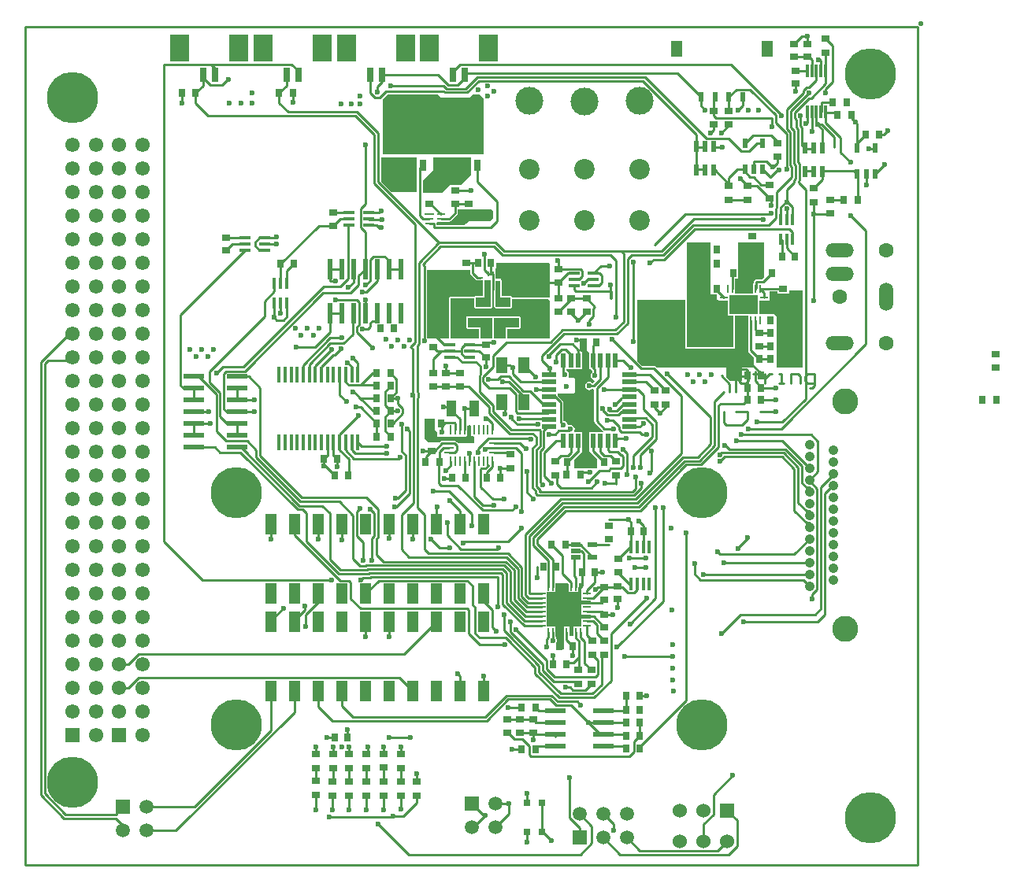
<source format=gtl>
G04*
G04 #@! TF.GenerationSoftware,Altium Limited,Altium Designer,18.1.9 (240)*
G04*
G04 Layer_Physical_Order=1*
G04 Layer_Color=255*
%FSLAX44Y44*%
%MOMM*%
G71*
G01*
G75*
%ADD13C,0.2540*%
%ADD21R,0.7000X0.9000*%
%ADD22R,0.9000X0.8000*%
%ADD23R,0.8000X1.6000*%
%ADD24R,2.1000X3.0000*%
%ADD25R,0.8000X0.9000*%
%ADD26R,0.9000X0.7000*%
%ADD27R,0.5588X1.2700*%
%ADD28R,0.3000X1.4500*%
%ADD29R,0.6000X1.1000*%
%ADD30R,0.6000X0.2400*%
%ADD31R,0.2400X0.6000*%
%ADD32R,1.1684X0.3556*%
%ADD33R,0.3556X1.1684*%
%ADD34R,0.6500X1.2000*%
%ADD35R,1.5000X0.5500*%
%ADD36R,0.5500X1.5000*%
%ADD37R,1.2000X1.8000*%
%ADD38R,0.9400X0.2700*%
%ADD39R,1.0200X0.2700*%
%ADD40R,0.5588X2.1844*%
%ADD41R,2.1844X0.5588*%
%ADD42R,1.2500X1.8000*%
%ADD43R,0.6000X1.0000*%
%ADD44R,3.0700X2.0700*%
%ADD45R,0.2600X0.9000*%
%ADD46R,0.9000X0.2600*%
%ADD47R,2.2000X0.6000*%
%ADD48R,1.2700X2.2600*%
%ADD49R,1.0000X0.2500*%
%ADD50R,0.2500X1.0000*%
%ADD51R,0.4318X1.6510*%
%ADD52R,1.0000X1.8000*%
%ADD53R,0.4500X1.3500*%
%ADD54R,1.0000X0.4700*%
%ADD55R,3.6000X3.6000*%
%ADD56R,0.2600X0.8400*%
%ADD57R,0.8400X0.2600*%
%ADD58R,0.7500X0.7000*%
%ADD115R,0.2200X1.7900*%
%ADD116C,1.0668*%
%ADD117C,2.2000*%
%ADD118C,1.5500*%
%ADD119R,1.5500X1.5500*%
%ADD120O,1.5080X3.0160*%
%ADD121O,3.0160X1.5080*%
%ADD122C,1.6000*%
%ADD123C,1.5000*%
%ADD124R,1.5000X1.5000*%
%ADD125R,1.5000X1.5000*%
%ADD126C,5.5000*%
%ADD127R,1.5240X1.5240*%
%ADD128C,1.5240*%
%ADD129C,0.6000*%
%ADD130C,2.7940*%
%ADD131C,3.0000*%
%ADD132C,0.5588*%
G36*
X492491Y824148D02*
X492491Y764500D01*
X383703Y764500D01*
Y823703D01*
X389000Y829000D01*
X442999D01*
X446433Y825566D01*
Y825500D01*
X477500D01*
X481000Y829000D01*
X487640D01*
X492491Y824148D01*
D02*
G37*
G36*
X478491Y741568D02*
X468223Y731300D01*
X455912Y731300D01*
X453499Y728888D01*
X447291Y722680D01*
X427499D01*
Y736180D01*
X437903Y746584D01*
Y761000D01*
X478491D01*
Y741568D01*
D02*
G37*
G36*
X420000Y724000D02*
X393404D01*
X382500Y734904D01*
Y761000D01*
X420000D01*
Y724000D01*
D02*
G37*
G36*
X502585Y703197D02*
X502585Y694543D01*
X499501Y692319D01*
X476773Y692319D01*
X471071Y688207D01*
X441829D01*
Y689502D01*
X441659Y690358D01*
X442331Y691628D01*
X452698D01*
Y691654D01*
X455191D01*
X455192Y691654D01*
X456282Y691870D01*
X457206Y692488D01*
X463595Y698877D01*
X463596Y698878D01*
X464213Y699802D01*
X464430Y700892D01*
X464430Y700892D01*
Y705308D01*
X470150D01*
Y704978D01*
X482198D01*
Y705308D01*
X499658D01*
X502585Y703197D01*
D02*
G37*
G36*
X794175Y632554D02*
X791470Y629849D01*
X785556D01*
X785432Y629824D01*
X784824D01*
X784673Y629673D01*
X784466Y629632D01*
X783542Y629014D01*
X782924Y628090D01*
X782883Y627883D01*
X782500Y627500D01*
Y625374D01*
X781826D01*
Y619474D01*
X781801Y619350D01*
X781826Y619226D01*
Y614374D01*
X762500D01*
Y630326D01*
X766024D01*
Y642374D01*
X765950D01*
Y669100D01*
X794175D01*
Y632554D01*
D02*
G37*
G36*
X835000Y535000D02*
X807500D01*
Y589500D01*
X806622Y590378D01*
X806024Y591407D01*
Y591674D01*
X805000Y592000D01*
X804889Y592000D01*
X789248Y592000D01*
X788350Y592898D01*
Y607176D01*
X793876D01*
X794000Y607151D01*
X794124Y607176D01*
X800024D01*
Y612824D01*
X800000D01*
Y616501D01*
X808476D01*
Y613976D01*
X820524D01*
Y617500D01*
X835000D01*
Y535000D01*
D02*
G37*
G36*
X477881Y636512D02*
X477881Y636512D01*
X478098Y635422D01*
X478715Y634498D01*
X483502Y629711D01*
X484061Y629338D01*
Y629002D01*
X484889D01*
X485517Y628877D01*
X485517Y628877D01*
X488585D01*
X489212Y629002D01*
X491035D01*
X491460Y628366D01*
Y624002D01*
Y614101D01*
X491419Y614002D01*
Y611998D01*
X484068D01*
X482902Y611515D01*
X482824Y611327D01*
X481149D01*
X481149Y611328D01*
X461735Y611327D01*
X461735Y611327D01*
X457000D01*
X455834Y610844D01*
X455350Y609678D01*
X455350Y566327D01*
X455350Y566327D01*
X431086Y566327D01*
X431086Y639400D01*
X477881Y639400D01*
Y636512D01*
D02*
G37*
G36*
X563085Y646429D02*
X563061Y609827D01*
X522735D01*
Y610335D01*
X522252Y611501D01*
X521086Y611984D01*
X511735D01*
X511735Y628327D01*
X511252Y629494D01*
X511086Y629563D01*
Y630327D01*
X505434D01*
Y641304D01*
X505610D01*
Y647328D01*
X562187D01*
X563085Y646429D01*
D02*
G37*
G36*
X499961Y608201D02*
X500068D01*
Y600366D01*
X484068D01*
X484068Y610349D01*
X493068D01*
Y614002D01*
X493109D01*
Y619002D01*
Y624002D01*
Y628366D01*
X499961D01*
Y608201D01*
D02*
G37*
G36*
X510086Y610335D02*
X521086D01*
X521086Y600327D01*
X505984Y600327D01*
X505086Y601226D01*
Y608201D01*
X505209D01*
Y628327D01*
X510086D01*
X510086Y610335D01*
D02*
G37*
G36*
X503560Y608501D02*
X503436Y608201D01*
Y601226D01*
X503919Y600059D01*
X504817Y599161D01*
X505984Y598678D01*
X521086Y598678D01*
X522252Y599161D01*
X522735Y600327D01*
X522735Y606908D01*
X522735Y608178D01*
X561816D01*
X563086Y606918D01*
X563086Y566327D01*
X517657D01*
Y576678D01*
X530086D01*
X531252Y577161D01*
X531735Y578327D01*
Y588327D01*
X531252Y589494D01*
X530086Y589977D01*
X503086Y589977D01*
X502211Y589615D01*
X501336Y589977D01*
X475086D01*
X473919Y589494D01*
X473436Y588327D01*
X473436Y578327D01*
X473919Y577161D01*
X475086Y576678D01*
X487436Y576678D01*
Y567225D01*
X486836Y566327D01*
X457000D01*
X457000Y609678D01*
X461735D01*
X461735Y609678D01*
X481149Y609678D01*
X481149Y609678D01*
X482419D01*
X482419Y600366D01*
X482902Y599199D01*
X484068Y598716D01*
X500068D01*
X501235Y599199D01*
X501718Y600366D01*
Y608201D01*
X501611Y608459D01*
Y628327D01*
X503560D01*
Y608501D01*
D02*
G37*
G36*
X501336Y566328D02*
X489984Y566327D01*
X489086Y567225D01*
Y578327D01*
X475086Y578327D01*
X475086Y588327D01*
X501336D01*
Y566328D01*
D02*
G37*
G36*
X530086Y588327D02*
Y578327D01*
X516007D01*
Y566327D01*
X503086Y566328D01*
Y588327D01*
X530086Y588327D01*
D02*
G37*
G36*
X735950Y613750D02*
X737426D01*
Y613450D01*
X742821D01*
X743300Y612971D01*
Y607500D01*
X744276D01*
Y607176D01*
X750175D01*
X750300Y607151D01*
X750424Y607176D01*
X755000D01*
Y590626D01*
X760500D01*
Y557000D01*
X711000D01*
Y669100D01*
X735950D01*
Y613750D01*
D02*
G37*
G36*
X709000Y555000D02*
X747500D01*
D01*
X762500Y555000D01*
X762500Y535500D01*
D01*
Y590626D01*
X776826D01*
Y585775D01*
X776801Y585650D01*
Y553050D01*
X776801Y553050D01*
X777018Y551960D01*
X777636Y551035D01*
X782826Y545845D01*
Y538326D01*
X782924D01*
Y535000D01*
X770326D01*
Y531938D01*
X770302D01*
Y520800D01*
X756969D01*
X752850Y524919D01*
Y531939D01*
X752826D01*
Y535000D01*
X678029D01*
X677426Y535602D01*
X676502Y536220D01*
X675412Y536437D01*
X675412Y536437D01*
X662592D01*
X657385Y541643D01*
Y561857D01*
X657613Y563000D01*
X657385Y564143D01*
Y607500D01*
X709000Y607500D01*
Y555000D01*
D02*
G37*
G36*
X603501Y552906D02*
X605727Y550680D01*
Y533281D01*
X607468D01*
X609150Y531599D01*
Y529536D01*
X608737Y529261D01*
X607737Y527764D01*
X607386Y525999D01*
X607737Y524234D01*
X608737Y522737D01*
X610234Y521737D01*
X611271Y521531D01*
X611689Y520153D01*
X609749Y518213D01*
X609260Y518261D01*
X607764Y519260D01*
X605999Y519612D01*
X604234Y519260D01*
X602737Y518261D01*
X601737Y516764D01*
X601386Y514999D01*
X601737Y513234D01*
X602737Y511737D01*
X604234Y510737D01*
X605999Y510386D01*
X607764Y510737D01*
X609260Y511737D01*
X609368Y511898D01*
X610168Y511978D01*
X611269Y511000D01*
Y477015D01*
X611269Y477014D01*
X611486Y475924D01*
X612104Y475000D01*
X620119Y466985D01*
X620696Y466599D01*
X620311Y465329D01*
X605727D01*
Y447281D01*
X605727D01*
Y444679D01*
X614001Y436406D01*
Y426406D01*
X608040D01*
X607000Y426613D01*
X605960Y426406D01*
X590000Y426406D01*
Y436132D01*
X598275Y444406D01*
Y448406D01*
X598275D01*
Y465329D01*
X590327D01*
X589728Y466449D01*
X589856Y466641D01*
X590207Y468406D01*
X589856Y470171D01*
X588856Y471667D01*
X587360Y472667D01*
X585594Y473018D01*
X583829Y472667D01*
X583728Y472600D01*
X582544Y473336D01*
X582260Y474764D01*
X581260Y476261D01*
X579764Y477261D01*
X577999Y477612D01*
X577849Y477735D01*
Y497507D01*
X577632Y498597D01*
X577014Y499521D01*
X577014Y499521D01*
X572024Y504511D01*
Y506749D01*
X588758D01*
X589925Y507233D01*
X590408Y508399D01*
Y522399D01*
X589925Y523565D01*
X588758Y524049D01*
X584161D01*
X583562Y525169D01*
X583810Y525540D01*
X584161Y527305D01*
X583810Y529070D01*
X582810Y530566D01*
X581314Y531566D01*
X580849Y531659D01*
Y533281D01*
X598275D01*
Y550059D01*
X598275Y550406D01*
X598501Y550406D01*
X598275Y551329D01*
X597578D01*
X597537Y551370D01*
X595501Y553406D01*
Y566320D01*
X603501D01*
Y552906D01*
D02*
G37*
G36*
X439700Y467500D02*
X442500Y464700D01*
Y460549D01*
X446680D01*
X447499Y460387D01*
X448318Y460549D01*
X473578Y460549D01*
X474851Y460549D01*
X474851D01*
X474782Y461664D01*
X474774Y461788D01*
X474774Y461819D01*
Y467524D01*
X474849Y467900D01*
Y472500D01*
X479226D01*
Y461376D01*
X481322D01*
X482000Y460698D01*
X482000Y454298D01*
X481102Y453400D01*
X464907Y453400D01*
X463584Y454723D01*
X463406D01*
X462715Y455415D01*
X462024Y455877D01*
Y456174D01*
X461079D01*
X460701Y456249D01*
X460698Y456249D01*
X447900D01*
X447900Y456249D01*
X446810Y456032D01*
X445886Y455414D01*
X445195Y454723D01*
X432500D01*
X429000Y458223D01*
Y479650D01*
X439700D01*
Y467500D01*
D02*
G37*
G36*
X582972Y302999D02*
X583701Y302270D01*
Y298849D01*
X583726Y298725D01*
Y293125D01*
X594374D01*
Y298725D01*
X594399Y298849D01*
Y302999D01*
X596102D01*
X597000Y302101D01*
X597000Y295500D01*
X597676Y294823D01*
Y284176D01*
X603276D01*
X603400Y284151D01*
X607750D01*
Y279824D01*
X597676D01*
Y269175D01*
X603276D01*
X603400Y269151D01*
X607750D01*
Y264848D01*
X603400D01*
X603276Y264823D01*
X597676D01*
Y255873D01*
X588726D01*
Y250274D01*
X588701Y250149D01*
Y245999D01*
X584399D01*
Y250149D01*
X584374Y250274D01*
Y255873D01*
X578726D01*
Y250274D01*
X578701Y250149D01*
Y245999D01*
X578500D01*
Y232499D01*
X578000Y231999D01*
X570000D01*
Y237677D01*
X570811Y238892D01*
X571162Y240657D01*
X570811Y242422D01*
X570000Y243637D01*
Y245373D01*
X569399Y245975D01*
Y250149D01*
X569374Y250274D01*
Y255873D01*
X560424D01*
Y264176D01*
Y274176D01*
Y284176D01*
Y293125D01*
X569374D01*
Y298725D01*
X569399Y298849D01*
Y302999D01*
X582972Y302999D01*
D02*
G37*
D13*
X800500Y740000D02*
X807948Y747448D01*
X831920Y736232D02*
Y753765D01*
X827856Y737915D02*
Y752082D01*
X823792Y739599D02*
Y750398D01*
X807948Y747448D02*
X810088D01*
X830190Y755495D02*
Y791250D01*
Y755495D02*
X831920Y753765D01*
X826126Y753812D02*
Y789567D01*
Y753812D02*
X827856Y752082D01*
X822062Y752128D02*
Y787884D01*
Y752128D02*
X823792Y750398D01*
X817998Y747999D02*
Y786200D01*
X807500Y706600D02*
Y723306D01*
X806824Y705924D02*
X807500Y706600D01*
X806824Y695630D02*
Y705924D01*
X801706Y709000D02*
Y714795D01*
X818000Y705527D02*
X818104Y705423D01*
X811564Y694182D02*
Y707076D01*
X817796Y713308D01*
X799258Y688064D02*
X806824Y695630D01*
X717311Y688064D02*
X799258D01*
X792753Y694678D02*
X793249Y694182D01*
X718995Y684000D02*
X821250D01*
X800998Y700087D02*
Y700999D01*
X840000Y798000D02*
Y810000D01*
X822726Y792968D02*
X826126Y789567D01*
X818662Y791284D02*
X822062Y787884D01*
X806204Y797994D02*
X817998Y786200D01*
X807500Y723306D02*
X823792Y739599D01*
X838998Y796998D02*
X840000Y798000D01*
X802998Y750999D02*
X803999D01*
X808000Y755000D01*
X802002Y750999D02*
X802998D01*
X796539Y756461D02*
X802002Y750999D01*
X834254Y773996D02*
X837790Y770461D01*
X834254Y773996D02*
Y792934D01*
X832584Y794604D02*
X834254Y792934D01*
X832584Y794604D02*
Y805584D01*
X828192Y793249D02*
Y801781D01*
Y793249D02*
X830190Y791250D01*
X830748Y735059D02*
X831920Y736232D01*
X830748Y733752D02*
Y735059D01*
X825858Y735917D02*
X827856Y737915D01*
X825858Y733502D02*
Y735917D01*
X818413Y713308D02*
X824604Y707117D01*
Y694014D02*
Y707117D01*
X709087Y700087D02*
X800998D01*
X768000Y738000D02*
X768301D01*
X768000D02*
X773759Y732241D01*
X830748Y733752D02*
X838378Y726122D01*
X605999Y585548D02*
X610294Y589843D01*
X605999Y580999D02*
Y585548D01*
X634999Y588999D02*
Y649598D01*
X635000Y649599D01*
X628999Y609587D02*
Y623999D01*
X610294Y598294D02*
X612000Y600000D01*
X610294Y589843D02*
Y598294D01*
X618137Y644000D02*
X628000D01*
X628999Y609587D02*
X629586Y609000D01*
X643000Y584076D02*
Y657412D01*
X647064Y582393D02*
Y651258D01*
X633988Y575064D02*
X643000Y584076D01*
X635671Y571000D02*
X647064Y582393D01*
X577064Y575064D02*
X633988D01*
X578747Y571000D02*
X635671D01*
X599999Y624999D02*
Y625209D01*
X630000Y565000D02*
X661412Y533588D01*
X598222Y633342D02*
Y639212D01*
X594553Y629673D02*
X598222Y633342D01*
X589586Y629673D02*
X594553D01*
X628663Y655936D02*
X635000Y649599D01*
X493109Y640201D02*
Y657000D01*
X476174Y696502D02*
X477670Y697999D01*
X497999D01*
X438980Y685358D02*
Y689502D01*
X485549Y734950D02*
X507000Y713499D01*
Y692488D02*
Y713499D01*
X499870Y685358D02*
X507000Y692488D01*
X438980Y685358D02*
X499870D01*
X485549Y734950D02*
Y752750D01*
X847000Y607000D02*
Y699999D01*
X838378Y501125D02*
Y726122D01*
X790000Y513000D02*
X806622D01*
X847000Y700000D02*
Y712500D01*
X773759Y732241D02*
X773909Y732392D01*
X572778Y640849D02*
X596586D01*
X652999Y563001D02*
Y647999D01*
Y563001D02*
X653000Y563000D01*
X647064Y651258D02*
X651742Y655936D01*
X671000Y647000D02*
X675141Y651141D01*
X676000Y667000D02*
X709087Y700087D01*
X562999Y546681D02*
Y548143D01*
X555000Y547253D02*
X578747Y571000D01*
X751860Y451940D02*
X756800Y447000D01*
X839233Y405972D02*
X842600D01*
X607997Y405384D02*
X614613Y412000D01*
X839233Y367872D02*
X842600D01*
X839233Y380572D02*
X842600D01*
X370651Y382350D02*
X374544Y378457D01*
X296695Y395000D02*
X366195D01*
X378608Y351859D02*
Y382587D01*
X366195Y395000D02*
X378608Y382587D01*
X374544Y353543D02*
Y378457D01*
X372064Y351063D02*
X374544Y353543D01*
X372064Y327706D02*
Y351063D01*
X377434Y350686D02*
X378608Y351859D01*
X377434Y333077D02*
Y350686D01*
X379538Y309744D02*
X507451D01*
X379514Y309720D02*
X379538Y309744D01*
X371157Y309720D02*
X379514D01*
X370450Y309014D02*
X371157Y309720D01*
X377854Y313808D02*
X510866D01*
X377831Y313784D02*
X377854Y313808D01*
X369473Y313784D02*
X377831D01*
X368767Y313078D02*
X369473Y313784D01*
X376171Y317872D02*
X512549D01*
X376147Y317848D02*
X376171Y317872D01*
X367981Y317848D02*
X376147D01*
X367957Y317872D02*
X367981Y317848D01*
X367813Y317872D02*
X367957D01*
X374487Y321936D02*
X514233D01*
X374464Y321912D02*
X374487Y321936D01*
X369664Y321912D02*
X374464D01*
X369641Y321936D02*
X369664Y321912D01*
X366130Y321936D02*
X369641D01*
X367083Y317142D02*
X367813Y317872D01*
X336669Y313078D02*
X368767D01*
X363115Y309014D02*
X370450D01*
X379494Y305494D02*
X474507D01*
X365400Y291400D02*
X379494Y305494D01*
X338353Y317142D02*
X367083D01*
X397000Y385000D02*
X398350D01*
X412858Y399508D01*
X400010Y394000D02*
X408794Y402784D01*
X397150Y394000D02*
X400010D01*
X356256Y379763D02*
X359492Y383000D01*
X356256Y353543D02*
Y379763D01*
Y353543D02*
X363000Y346798D01*
Y327000D02*
Y346798D01*
X352192Y328790D02*
X359776Y321206D01*
X352192Y328790D02*
Y375888D01*
X337630Y390450D02*
X352192Y375888D01*
X302000Y347747D02*
X336669Y313078D01*
X326900Y328595D02*
X338353Y317142D01*
X359776Y321206D02*
X365400D01*
X360251Y306150D02*
X363115Y309014D01*
X365400Y321206D02*
X366130Y321936D01*
X522906Y124000D02*
X532850D01*
X575823Y554329D02*
X580220D01*
X569999Y548504D02*
X575823Y554329D01*
X586001Y542305D02*
Y548548D01*
X580220Y554329D02*
X586001Y548548D01*
X569999Y540999D02*
Y548504D01*
X532849Y169000D02*
X532850Y169000D01*
X519000Y169000D02*
X532849D01*
X391000Y137000D02*
X413927D01*
X587614Y559999D02*
X594001Y553612D01*
X574347Y559999D02*
X587614D01*
X562745Y548397D02*
X574347Y559999D01*
X562745Y548397D02*
X562999Y548143D01*
X594001Y542305D02*
Y553612D01*
X412858Y399508D02*
Y466142D01*
X416000Y505000D02*
X416922Y504078D01*
X404000Y376064D02*
X416922Y388986D01*
X410320Y468680D02*
X412858Y466142D01*
X416922Y388986D02*
Y504078D01*
X403999Y445142D02*
X408794Y440347D01*
X403999Y445142D02*
Y473999D01*
X408794Y402784D02*
Y440347D01*
X421000Y384206D02*
Y501806D01*
X394622Y474728D02*
X405493Y485599D01*
X211306Y838886D02*
X218096Y845675D01*
X413931Y557003D02*
X416000Y554934D01*
Y505000D02*
Y554934D01*
X421000Y508194D02*
X421794Y507400D01*
Y502600D02*
Y507400D01*
X421000Y501806D02*
X421794Y502600D01*
X421000Y508194D02*
Y558325D01*
X496841Y562000D02*
X503000D01*
X494485Y559644D02*
X496841Y562000D01*
X605999Y516616D02*
X607616Y514999D01*
X555000Y542000D02*
X563406Y533594D01*
Y527713D02*
Y533594D01*
X562999Y527306D02*
X563406Y527713D01*
X562999Y527306D02*
X563000Y527305D01*
X555000Y542000D02*
Y547253D01*
X564000Y562000D02*
X577064Y575064D01*
X516830Y562000D02*
X564000D01*
X502706Y547877D02*
X516830Y562000D01*
X428999Y563999D02*
Y643823D01*
X422908Y560233D02*
Y647533D01*
X418844Y561917D02*
Y688784D01*
X413931Y557003D02*
X418844Y561917D01*
X426972Y645850D02*
X428999Y643823D01*
X421000Y558325D02*
X422908Y560233D01*
X494485Y536000D02*
Y545644D01*
X488568Y527058D02*
Y536431D01*
X484152Y540846D02*
X488568Y536431D01*
X592000Y564750D02*
X596470D01*
X599501Y561719D01*
X626793Y488205D02*
X635399D01*
X352868Y436602D02*
X401654D01*
X343980Y445490D02*
X352868Y436602D01*
X401654D02*
X403000Y437947D01*
X429000Y339000D02*
Y376206D01*
X421000Y384206D02*
X429000Y376206D01*
X404000Y339000D02*
Y376064D01*
X578001Y528853D02*
Y542305D01*
Y528853D02*
X579549Y527305D01*
X518783Y348000D02*
X533000Y362217D01*
X472000Y348000D02*
X518783D01*
X470000Y346000D02*
X472000Y348000D01*
X501544Y255506D02*
X506000Y251050D01*
X487998Y244000D02*
X516160D01*
X483209Y248789D02*
X487998Y244000D01*
X516160D02*
X517366Y242794D01*
X555936Y208865D02*
Y215753D01*
X551872Y207181D02*
Y214069D01*
X547808Y205498D02*
Y212386D01*
X517400Y242794D02*
X547808Y212386D01*
X519083Y246858D02*
X551872Y214069D01*
X521206Y250483D02*
X555936Y215753D01*
X513999Y251909D02*
X519050Y246858D01*
X521206Y250483D02*
Y261294D01*
X519050Y246858D02*
X519083D01*
X517366Y242794D02*
X517400D01*
X488198Y237000D02*
X515000D01*
X652999Y426999D02*
Y439805D01*
X673794Y460600D01*
X660999Y441193D02*
X677858Y458052D01*
X660999Y426999D02*
Y441193D01*
X664500Y489644D02*
X677858Y476286D01*
Y458052D02*
Y476286D01*
X666399Y480793D02*
X673794Y473398D01*
X664500Y489644D02*
Y505085D01*
X673794Y460600D02*
Y473398D01*
X649000Y479305D02*
X650489Y480793D01*
X660304Y471305D02*
X663999Y474999D01*
X662405Y463000D02*
X668000D01*
X660076Y465329D02*
X662405Y463000D01*
X650489Y480793D02*
X666399D01*
X619999Y489252D02*
Y490999D01*
X451475Y424024D02*
X457000Y429548D01*
X619999Y489252D02*
X625109Y484141D01*
X632001Y468999D02*
X632194Y468806D01*
X631195Y477999D02*
X637988Y471206D01*
Y468116D02*
Y471206D01*
Y468116D02*
X640775Y465329D01*
X624999Y477999D02*
X631195D01*
X625109Y484141D02*
X637082D01*
X627696Y489108D02*
Y490088D01*
X622133Y468999D02*
X632001D01*
X633689Y494999D02*
X640501Y501811D01*
X640246Y487305D02*
X649000D01*
X637082Y484141D02*
X640246Y487305D01*
X614118Y477014D02*
X622133Y468999D01*
X626793Y488205D02*
X627696Y489108D01*
X633689Y494999D02*
X633999D01*
X645237Y458237D02*
X645999Y458999D01*
X641999Y446999D02*
X642023D01*
X640584Y441205D02*
X642295Y439494D01*
X639599Y441205D02*
X640584D01*
X636454Y444350D02*
X639599Y441205D01*
X627954Y444350D02*
X636454D01*
X640775Y465329D02*
X660076D01*
X614118Y477014D02*
Y512806D01*
X841997Y413497D02*
X850728Y404767D01*
X614118Y512806D02*
X626001Y524688D01*
X584394Y467205D02*
X585594Y468406D01*
X573198Y467205D02*
X584394D01*
X575000Y475998D02*
X577999Y472999D01*
X568993Y463000D02*
X573198Y467205D01*
X563000Y463000D02*
X568993D01*
X570305Y456305D02*
X578001D01*
X557192Y443192D02*
X570305Y456305D01*
X562128Y463000D02*
X563000D01*
X557000Y448747D02*
Y467381D01*
X552323Y467781D02*
X552936Y467168D01*
Y450431D02*
Y467168D01*
X545256Y463936D02*
X548872Y460320D01*
Y452114D02*
Y460320D01*
X542598Y458400D02*
X542999Y457999D01*
X528373Y473575D02*
X550600D01*
X548200Y467781D02*
X552323D01*
X520585Y463936D02*
X545256D01*
X547981Y468000D02*
X548200Y467781D01*
X522268Y468000D02*
X547981D01*
X522164Y479784D02*
X528373Y473575D01*
X522164Y479784D02*
Y481524D01*
X477000Y433900D02*
Y443000D01*
X562305Y480000D02*
X563000Y479305D01*
X530142Y480000D02*
X562305D01*
X561620Y485925D02*
X563000Y487305D01*
X528343Y485925D02*
X561620D01*
X526707Y487561D02*
X528343Y485925D01*
X502706Y487561D02*
X522268Y468000D01*
X498643Y485878D02*
X520585Y463936D01*
X515000Y485000D02*
Y494219D01*
X503500Y458400D02*
X542598D01*
X531598Y453400D02*
X537006Y447991D01*
X503500Y453400D02*
X531598D01*
X569202Y503305D02*
X575000Y497507D01*
X563000Y503305D02*
X569202D01*
X635932Y458237D02*
X645237D01*
X642023Y446999D02*
X642102Y447078D01*
X646359Y442822D01*
X635399Y488205D02*
X642498Y495305D01*
X622000Y511000D02*
X648696D01*
X610564Y514999D02*
X618000Y522436D01*
X575000Y475998D02*
Y497507D01*
X519988Y513000D02*
X526707Y506281D01*
X498042Y513000D02*
X519988D01*
X491891Y519151D02*
X498042Y513000D01*
X526707Y487561D02*
Y506281D01*
X491891Y519151D02*
Y524634D01*
X502706Y487561D02*
Y493993D01*
X487827Y508872D02*
X502706Y493993D01*
X487827Y508872D02*
Y526318D01*
X498643Y485878D02*
Y492309D01*
X466942Y514646D02*
X476305D01*
X498643Y492309D01*
X502706Y535449D02*
Y547877D01*
X491891Y524634D02*
X502706Y535449D01*
X542658Y509513D02*
X552706Y499464D01*
X534970Y509513D02*
X542658D01*
X519384Y525099D02*
X534970Y509513D01*
X554410Y497761D02*
X556866Y495305D01*
X554343Y497761D02*
X554410D01*
X552706Y499397D02*
X554343Y497761D01*
X552706Y499397D02*
Y499464D01*
X556866Y495305D02*
X563000D01*
X510600Y525099D02*
X519384D01*
X507736Y522234D02*
X510600Y525099D01*
X497685Y522234D02*
X507736D01*
X523406Y528170D02*
X532370Y519206D01*
X523406Y528170D02*
Y535000D01*
X487827Y526318D02*
X488568Y527058D01*
X605999Y514999D02*
Y516616D01*
X611999Y525999D02*
Y532779D01*
X670800Y527305D02*
X688144Y509961D01*
X649000Y527305D02*
X670800D01*
X649000Y519305D02*
X666800D01*
X676144Y509961D01*
Y491856D02*
X682000Y486000D01*
X676144Y491856D02*
Y494961D01*
X682000Y486000D02*
X688144Y492144D01*
Y494961D01*
X658280Y511305D02*
X664500Y505085D01*
X649000Y511305D02*
X658280D01*
X649000Y471305D02*
X660304D01*
X769000Y462699D02*
X844302D01*
X813401Y455999D02*
X842600Y426800D01*
X763998Y455999D02*
X813401D01*
X756800Y447000D02*
X816653D01*
X747730Y442936D02*
X814969D01*
X751860Y438872D02*
X813286D01*
X634001Y456305D02*
X635932Y458237D01*
X626001Y524688D02*
Y542305D01*
X646359Y419718D02*
Y442822D01*
X642498Y495305D02*
X649000D01*
X648696Y511000D02*
X649000Y511305D01*
X618000Y522436D02*
Y529400D01*
X607616Y514999D02*
X610564D01*
X661412Y533588D02*
X675412D01*
X649718Y534999D02*
X650999D01*
X608999Y535779D02*
X611999Y532779D01*
X610001Y536781D02*
Y542305D01*
X598500Y422000D02*
X607000D01*
X596500Y420000D02*
X598500Y422000D01*
X617218Y424024D02*
X626918D01*
X605194Y412000D02*
X617218Y424024D01*
X604751Y412000D02*
X605194D01*
X927000Y789882D02*
Y790000D01*
X922118Y785000D02*
X927000Y789882D01*
X917000Y785000D02*
X922118D01*
X894000Y776000D02*
Y797000D01*
Y771000D02*
Y776000D01*
X903000Y785000D01*
X826000Y871000D02*
X828000Y869000D01*
X612000Y311999D02*
X615001Y315000D01*
X447226Y472226D02*
X450694Y475694D01*
X460701Y453400D02*
Y453400D01*
X566500Y216000D02*
Y225000D01*
X435000Y445000D02*
X435850Y445850D01*
X887500Y803500D02*
X892000Y799000D01*
X894000Y797000D01*
X887500Y803500D02*
Y806440D01*
X850000Y796000D02*
Y810000D01*
X856790Y770461D02*
Y790210D01*
X818000Y694014D02*
Y705527D01*
X651000Y341875D02*
Y367998D01*
X547581Y525000D02*
Y525639D01*
X435061Y725169D02*
X441146Y731254D01*
X436500Y467000D02*
Y471500D01*
Y459200D02*
Y467000D01*
X472701Y458400D02*
X477000Y462699D01*
X455500Y458400D02*
X472701D01*
X860000Y888500D02*
X867294Y881206D01*
X860000Y834507D02*
X867294Y841801D01*
Y881206D01*
X851998Y865998D02*
X853998D01*
X855000Y864997D01*
X840000Y869000D02*
X842000D01*
X828000D02*
X840000D01*
X842000D02*
X845000Y866000D01*
X840000Y883000D02*
Y891000D01*
X834000D02*
X840000D01*
X826000Y883000D02*
X834000Y891000D01*
X845000Y854000D02*
Y866000D01*
X828000Y832000D02*
Y840370D01*
X227622Y487000D02*
X246000D01*
X855706Y810000D02*
Y820044D01*
X867198D02*
X867500Y819742D01*
X855706Y820044D02*
X867198D01*
X869449Y809491D02*
X872500Y806440D01*
X860471Y809491D02*
X869449D01*
X855000Y810000D02*
X855706D01*
X860000Y830000D02*
Y834507D01*
X751860Y451064D02*
Y451940D01*
X744986Y449560D02*
Y493921D01*
X725720Y430294D02*
X744986Y449560D01*
X740326Y450647D02*
Y498518D01*
X724037Y434358D02*
X740326Y450647D01*
X736262Y452331D02*
Y481738D01*
X722353Y438422D02*
X736262Y452331D01*
X673000Y423000D02*
Y445000D01*
X671000Y421000D02*
X673000Y423000D01*
X660350Y126692D02*
X710052Y176394D01*
X826206Y334206D02*
X842600Y350600D01*
X572778Y594500D02*
X587278Y609000D01*
X726050Y816450D02*
X730502Y811998D01*
X747647Y786998D02*
X755850Y795201D01*
X732000Y781000D02*
X756049D01*
X700715Y851434D02*
X726050Y826100D01*
X471999Y849680D02*
X473754Y851434D01*
X665630Y847370D02*
X732000Y781000D01*
X473093Y834822D02*
X485641Y847370D01*
X663258Y843306D02*
X721100Y785465D01*
X474776Y830758D02*
X487324Y843306D01*
X663258D01*
X485641Y847370D02*
X665630D01*
X473754Y851434D02*
X700715D01*
X452659Y834822D02*
X473093D01*
X642412Y542305D02*
X649718Y534999D01*
X444998Y341000D02*
X456000D01*
X435999Y349999D02*
X444998Y341000D01*
X429000Y339000D02*
X432858Y335142D01*
X340000Y349264D02*
Y366000D01*
X480000Y365000D02*
Y377302D01*
X467943Y339206D02*
X506632D01*
X432858Y335142D02*
X518269D01*
X412075Y330925D02*
X516738D01*
X384511Y326000D02*
X515916D01*
X474507Y305494D02*
X480086Y299916D01*
X476174Y249024D02*
Y273627D01*
X474507Y275294D02*
X476174Y273627D01*
X359905Y275294D02*
X474507D01*
X506632Y339206D02*
X508426Y341000D01*
X518269Y335142D02*
X533256Y320155D01*
X453000Y354149D02*
X467943Y339206D01*
X647999Y370999D02*
X651000Y367998D01*
X659000Y369999D02*
X664500Y364499D01*
X501544Y255506D02*
Y274185D01*
X492400Y283329D02*
X501544Y274185D01*
X492400Y283329D02*
Y291400D01*
X644000Y224000D02*
X695499D01*
X332205Y548205D02*
X338999Y554999D01*
X330784Y548205D02*
X332205D01*
X764860Y340000D02*
X776000Y351140D01*
X476174Y249024D02*
X488198Y237000D01*
X483209Y248789D02*
Y276700D01*
X492400Y186600D02*
Y202600D01*
X416200Y350489D02*
Y366000D01*
X406944Y226544D02*
X441600Y261200D01*
X121333Y226544D02*
X406944D01*
X263800Y350200D02*
Y366000D01*
X390800Y350800D02*
Y366000D01*
Y245101D02*
Y261200D01*
X365400Y244900D02*
Y261200D01*
X467000Y186600D02*
Y202842D01*
X464000Y205842D02*
X467000Y202842D01*
X314600Y282801D02*
Y291400D01*
X300999Y269201D02*
X314600Y282801D01*
X718178Y694678D02*
X792753D01*
X800001Y716500D02*
X801706Y714795D01*
X811396Y694014D02*
X811564Y694182D01*
X683500Y660000D02*
X718178Y694678D01*
X685183Y655936D02*
X717311Y688064D01*
X818104Y725749D02*
X825858Y733502D01*
X818104Y713616D02*
Y725749D01*
X675141Y651141D02*
X686135D01*
X651742Y655936D02*
X685183D01*
X610414Y636277D02*
X618137Y644000D01*
X640412Y660000D02*
X683500D01*
X451940Y528646D02*
X451940Y528646D01*
X466942D01*
X451940Y528646D02*
Y536319D01*
X449000Y492043D02*
X454355D01*
X454406Y492094D01*
X449000Y492043D02*
X455855D01*
X455906Y492094D01*
X454406D02*
X454500Y492000D01*
X446644Y552644D02*
X456071D01*
X442356D02*
X446644D01*
X438000Y557000D02*
X442356Y552644D01*
X468263D02*
Y555579D01*
Y549709D02*
Y552644D01*
X456071D02*
X468263D01*
Y549709D02*
X471932Y546040D01*
X836127Y830323D02*
Y832769D01*
X818662Y812858D02*
X836127Y830323D01*
X818662Y791284D02*
Y812858D01*
X850000Y844000D02*
Y854000D01*
X842163Y836163D02*
X850000Y844000D01*
X839521Y836163D02*
X842163D01*
X860000Y840255D02*
Y854000D01*
X844321Y824575D02*
X860000Y840255D01*
X836127Y832769D02*
X839521Y836163D01*
X841874Y824575D02*
X844321D01*
X826790Y809491D02*
X841874Y824575D01*
X826790Y803184D02*
Y809491D01*
X822726Y811174D02*
X841921Y830369D01*
X822726Y792968D02*
Y811174D01*
X826790Y803184D02*
X828192Y801781D01*
X806204Y797994D02*
Y806296D01*
X778500Y834000D02*
X806204Y806296D01*
X811998Y805998D02*
Y806751D01*
X757864Y860886D02*
X811998Y806751D01*
X510500Y416000D02*
Y426406D01*
X520994D02*
X521000Y426400D01*
X510500Y426406D02*
X520994D01*
X519000Y443400D02*
X521000Y441400D01*
X503500Y443400D02*
X519000D01*
X527051Y448400D02*
X533000Y442451D01*
X503500Y448400D02*
X527051D01*
X493999Y446999D02*
X495400Y448400D01*
X503500D01*
X333000Y608000D02*
X356234D01*
X359000Y605234D01*
Y581194D02*
Y605234D01*
X545000Y448242D02*
X548872Y452114D01*
X549064Y446559D02*
X552936Y450431D01*
X553128Y444875D02*
X557000Y448747D01*
X291000Y557000D02*
X311083D01*
X326900Y572817D01*
Y593378D01*
X390400Y640622D02*
X403100D01*
X390400D02*
Y649600D01*
X385662Y654338D02*
X390400Y649600D01*
X373749Y654338D02*
X385662D01*
X370588Y651177D02*
X373749Y654338D01*
X370588Y628543D02*
Y651177D01*
X366045Y624000D02*
X370588Y628543D01*
X365000Y624000D02*
X366045D01*
X235488Y530688D02*
X320005Y615205D01*
X349399D02*
X357888Y623694D01*
X320005Y615205D02*
X349399D01*
X274109Y593011D02*
Y604169D01*
X234466Y535414D02*
X320778Y621726D01*
X280713Y589713D02*
Y604169D01*
X277000Y586000D02*
X280713Y589713D01*
X257000Y589719D02*
Y606000D01*
X267505Y589505D02*
Y604169D01*
X198000Y530719D02*
X257000Y589719D01*
Y606000D02*
X267505Y616505D01*
X338371Y621726D02*
X346712Y630067D01*
X320778Y621726D02*
X338371D01*
X327249Y627748D02*
X333000D01*
X326900Y628097D02*
X327249Y627748D01*
X373000Y556000D02*
Y556126D01*
X355999Y573127D02*
X373000Y556126D01*
X355999Y573127D02*
Y578192D01*
X359000Y581194D01*
X362000Y576000D02*
X367499D01*
X365000Y593378D02*
Y608000D01*
X365000Y608000D02*
X365000Y608000D01*
X362000Y616000D02*
X365952D01*
X351935Y570741D02*
Y593013D01*
X342000Y560806D02*
X351935Y570741D01*
X346999Y620999D02*
X352300Y626300D01*
X357888Y623694D02*
Y633510D01*
X346712Y630067D02*
Y686852D01*
X327613Y560806D02*
X342000D01*
X372557Y584621D02*
X377700D01*
X370588Y582652D02*
X372557Y584621D01*
X370588Y579089D02*
Y582652D01*
X367499Y576000D02*
X370588Y579089D01*
X377700Y584621D02*
Y593378D01*
X326900Y628097D02*
Y640622D01*
X426972Y645850D02*
X446059Y664936D01*
X422908Y647533D02*
X444375Y669000D01*
X374936Y732692D02*
X418844Y688784D01*
X446059Y664936D02*
X503317D01*
X512317Y655936D01*
X628663D01*
X640412Y660000D02*
X643000Y657412D01*
X572000Y650000D02*
X572778Y649222D01*
X583228Y636277D02*
X589586D01*
X572778Y625827D02*
X583228Y636277D01*
X596586Y640849D02*
X598222Y639212D01*
X591671Y616501D02*
X629586D01*
Y609000D02*
Y616501D01*
X589586Y618586D02*
X591671Y616501D01*
X520687Y537719D02*
X523406Y535000D01*
X603000Y609000D02*
X612000Y600000D01*
X705000Y442500D02*
Y504000D01*
X675412Y533588D02*
X705000Y504000D01*
X690000Y528000D02*
X736262Y481738D01*
X420578Y89500D02*
Y97922D01*
X227622Y499700D02*
X227922Y500000D01*
X246000D01*
X346067Y539931D02*
X350584Y535414D01*
X318072Y535494D02*
X330784Y548205D01*
X311468Y536468D02*
X328999Y553999D01*
X305118Y538312D02*
X327613Y560806D01*
X298514Y537455D02*
X327659Y566600D01*
X339600D01*
X311468Y526876D02*
Y536468D01*
X318072Y526876D02*
Y535494D01*
X686135Y651141D02*
X718995Y684000D01*
X821250D02*
X824604Y680646D01*
Y673186D02*
Y680646D01*
X267505Y616505D02*
Y624997D01*
X198000Y518394D02*
Y530719D01*
Y518394D02*
X209064Y507329D01*
Y481936D02*
Y507329D01*
Y481936D02*
X216700Y474300D01*
X213000Y509141D02*
Y528145D01*
Y509141D02*
X213128Y509013D01*
Y489872D02*
Y509013D01*
Y489872D02*
X216000Y487000D01*
X216700Y474300D02*
X227622D01*
X213000Y528145D02*
X215543Y530688D01*
X205000Y466554D02*
Y505646D01*
Y466554D02*
X215543Y456012D01*
X185546Y525100D02*
X205000Y505646D01*
X211768Y535414D02*
X234466D01*
X205000Y528646D02*
X211768Y535414D01*
X269998Y586000D02*
X277000D01*
X266999Y588999D02*
X269998Y586000D01*
X180378Y474300D02*
X198300D01*
X205000Y528646D02*
Y528646D01*
X266999Y588999D02*
X267505Y589505D01*
X215543Y530688D02*
X235488D01*
X346712Y686852D02*
X347934Y688074D01*
X360126Y685138D02*
Y705854D01*
X365000Y710728D01*
X360126Y685138D02*
X365000Y680264D01*
X314600Y169900D02*
Y186600D01*
Y169900D02*
X329563Y154936D01*
X495914D01*
X518914Y177936D01*
X563875D01*
X570067Y171744D01*
X586256D01*
X605300Y152700D01*
X565559Y182000D02*
X571751Y175808D01*
X517086Y182000D02*
X565559D01*
X494086Y159000D02*
X517086Y182000D01*
X592755Y175808D02*
X596563Y172000D01*
X571751Y175808D02*
X592755D01*
X611071Y179872D02*
X629294Y198095D01*
X573434Y179872D02*
X611071D01*
X547808Y205498D02*
X573434Y179872D01*
X609388Y183936D02*
X619358Y193906D01*
X575117Y183936D02*
X609388D01*
X551872Y207181D02*
X575117Y183936D01*
X555936Y208865D02*
X568007Y196794D01*
X591705D02*
X594000Y194499D01*
X568007Y196794D02*
X591705D01*
X580328Y191000D02*
X585399D01*
X588399Y188000D01*
X601501D01*
X340000Y170980D02*
Y186600D01*
Y170980D02*
X351980Y159000D01*
X494086D01*
X601501Y188000D02*
X608000Y194499D01*
X605300Y152700D02*
X618000Y140000D01*
X621350D01*
X199000Y860886D02*
X286113D01*
X148526D02*
X199000D01*
X203499Y849680D02*
Y856387D01*
X199000Y860886D02*
X203499Y856387D01*
X622000Y298999D02*
X641425D01*
X148526Y347444D02*
Y860886D01*
X286113D02*
X292999Y853999D01*
Y849680D02*
Y853999D01*
X664500Y358875D02*
Y364499D01*
X654408Y292831D02*
X657500Y295924D01*
Y302375D01*
X655000Y320000D02*
X667000D01*
X648999Y329999D02*
X664998D01*
X665999Y331000D01*
X666999Y329999D01*
X635001Y409733D02*
Y418805D01*
X634734Y409999D02*
X635001Y409733D01*
X622999Y409999D02*
X634734D01*
X552380Y401320D02*
X652320D01*
X549988Y397256D02*
X654009D01*
X575192Y393192D02*
X655692D01*
X576875Y389128D02*
X657381D01*
X578559Y385064D02*
X659064D01*
X580242Y381000D02*
X661000D01*
X652320Y401320D02*
X655692Y404692D01*
X654009Y397256D02*
X662000Y405247D01*
X655692Y393192D02*
X705000Y442500D01*
X657381Y389128D02*
X706675Y438422D01*
X659064Y385064D02*
X708358Y434358D01*
X661000Y381000D02*
X710294Y430294D01*
X614613Y411906D02*
Y412000D01*
X575166Y405384D02*
X607997D01*
X626918Y424024D02*
X629093Y426199D01*
X545570Y352075D02*
X578559Y385064D01*
X549634Y350392D02*
X580242Y381000D01*
X570794Y409756D02*
X575166Y405384D01*
X570794Y409756D02*
Y417379D01*
X569368Y418805D02*
X570794Y417379D01*
X746294Y334206D02*
X826206D01*
X744000Y336500D02*
X746294Y334206D01*
X776000Y351140D02*
Y352000D01*
X764860Y340000D02*
X766000D01*
X666999Y329999D02*
X667000Y330000D01*
X507451Y277000D02*
Y309744D01*
X480086Y279824D02*
Y299916D01*
X510866Y313808D02*
X512936Y311738D01*
Y280064D02*
Y311738D01*
X512549Y317872D02*
X517000Y313421D01*
X514233Y321936D02*
X521064Y315105D01*
X517000Y281747D02*
Y313421D01*
X521064Y283431D02*
Y315105D01*
X515916Y326000D02*
X525128Y316788D01*
X377434Y333077D02*
X384511Y326000D01*
X525128Y285114D02*
Y316788D01*
X516738Y330925D02*
X529192Y318471D01*
X404000Y339000D02*
X412075Y330925D01*
X529192Y286797D02*
Y318471D01*
X533256Y288481D02*
Y320155D01*
X480086Y279824D02*
X483209Y276700D01*
X513999Y251909D02*
Y269000D01*
X349144Y286055D02*
X359905Y275294D01*
X629294Y198095D02*
Y248294D01*
X568549Y201999D02*
X612451D01*
X615294Y204842D01*
Y219706D01*
X609000Y225999D02*
X615294Y219706D01*
X684999Y283461D02*
Y383999D01*
X635538Y234000D02*
X684999Y283461D01*
X566550Y240657D02*
Y250149D01*
X560000Y234000D02*
Y243000D01*
X677000Y286457D02*
Y384000D01*
X649544Y259000D02*
X677000Y286457D01*
X629294Y248294D02*
X667500Y286500D01*
X595600Y54400D02*
X608551Y41449D01*
Y23000D02*
Y41449D01*
X596563Y11012D02*
X608551Y23000D01*
X412200Y11012D02*
X596563D01*
X379106Y44106D02*
X412200Y11012D01*
X632000Y37000D02*
Y43400D01*
X621000Y54400D02*
X632000Y43400D01*
X729000Y43783D02*
X739414Y54197D01*
X729000Y25490D02*
Y43783D01*
X739414Y54197D02*
Y75414D01*
X845000Y286000D02*
Y290705D01*
X850728Y296433D01*
X441600Y384600D02*
X442000Y385000D01*
X441600Y366000D02*
Y384600D01*
X467000Y366000D02*
Y380471D01*
X456000Y391471D02*
X467000Y380471D01*
X455058Y402244D02*
X480000Y377302D01*
X437943Y402244D02*
X455058D01*
X545000Y405636D02*
Y448242D01*
X557000Y467381D02*
X560924Y471305D01*
X537006Y447991D02*
X537999D01*
X549064Y407320D02*
Y446559D01*
X553128Y411239D02*
Y444875D01*
X557192Y417808D02*
Y443192D01*
X545000Y405636D02*
X548316Y402321D01*
Y399637D02*
Y402321D01*
Y399637D02*
X549988Y397965D01*
Y397256D02*
Y397965D01*
X549064Y407320D02*
X553600Y402784D01*
Y402540D02*
Y402784D01*
X552380Y401320D02*
X553600Y402540D01*
X560924Y471305D02*
X563000D01*
X553128Y411239D02*
X555789Y408578D01*
X557192Y417808D02*
X565000Y410000D01*
X555789Y408578D02*
X556000D01*
X533000Y380000D02*
Y442451D01*
X801706Y784294D02*
X808000Y778000D01*
X781794Y784294D02*
X801706D01*
X742478Y803522D02*
X801998D01*
Y793998D02*
Y803522D01*
X808000Y755000D02*
Y760000D01*
X763950Y834000D02*
X778500D01*
X756050Y826100D02*
X763950Y834000D01*
X755850Y825900D02*
X756050Y826100D01*
X755850Y810728D02*
Y825900D01*
X446373Y408000D02*
X464606D01*
X444000Y410373D02*
X446373Y408000D01*
X464606D02*
X491400Y381206D01*
X354405Y442396D02*
X388226D01*
X445000Y433150D02*
Y444350D01*
X444000Y432150D02*
X445000Y433150D01*
X491400Y381206D02*
X523206D01*
X527000Y385000D01*
X491353Y387000D02*
X503000D01*
X502218Y393000D02*
X514000D01*
X489206Y406012D02*
X502218Y393000D01*
X587278Y609000D02*
X603000D01*
X618001Y529400D02*
Y542305D01*
X618000Y529400D02*
X618001Y529400D01*
X593650Y585650D02*
X603000Y595000D01*
X586400Y592900D02*
X593650Y585650D01*
X739850Y806150D02*
X742478Y803522D01*
X739850Y806150D02*
Y810728D01*
X755850Y795201D02*
Y796728D01*
X739850Y790850D02*
Y796728D01*
X735999Y786998D02*
X739850Y790850D01*
X381192Y702999D02*
X381999D01*
X379849Y685358D02*
X381999D01*
X379475Y701282D02*
X381192Y702999D01*
X377133Y688074D02*
X379849Y685358D01*
X365952Y616000D02*
X377700Y627748D01*
X726050Y816450D02*
Y826100D01*
X388848Y739653D02*
Y741680D01*
X394321Y734181D02*
X401820Y741680D01*
X388848Y739653D02*
X394321Y734181D01*
X401820Y741680D02*
X409321Y734179D01*
X414548Y739407D01*
Y741680D01*
X203386Y448900D02*
X208974Y443312D01*
X231141D01*
X292453Y382000D01*
X216000Y487000D02*
X227622D01*
X357888Y633510D02*
X365000Y640622D01*
X847290Y699999D02*
X863500D01*
X786501Y730000D02*
X800001Y716500D01*
X776301Y730000D02*
X786501D01*
X773909Y732392D02*
X776301Y730000D01*
X768301Y738000D02*
X773909Y732392D01*
X782542Y739706D02*
X790748Y731500D01*
X778843Y739706D02*
X782542D01*
X777206Y741343D02*
X778843Y739706D01*
X777206Y741343D02*
Y742064D01*
X776485D02*
X777206D01*
X790748Y731500D02*
X800001D01*
X773500Y745049D02*
X776485Y742064D01*
X773500Y745049D02*
Y748000D01*
X755802Y732298D02*
Y738802D01*
X765000Y748000D02*
X773500D01*
X755802Y738802D02*
X765000Y748000D01*
X756049Y781000D02*
X769343Y767706D01*
X863500Y699999D02*
X864000Y700500D01*
X847000Y712500D02*
X847000Y712500D01*
X813253Y476000D02*
X838378Y501125D01*
X180378Y487000D02*
X197000D01*
X227622Y461600D02*
Y474300D01*
X248000Y437947D02*
Y446189D01*
X238177Y456012D02*
X248000Y446189D01*
X215543Y456012D02*
X238177D01*
X180378Y461600D02*
Y474300D01*
X721100Y772000D02*
Y785465D01*
X473919Y821000D02*
X476689D01*
X478689Y823000D01*
X450975Y830758D02*
X474776D01*
X478689Y823000D02*
X480984Y820705D01*
X198342Y838886D02*
X211306D01*
X218096Y845000D02*
Y845675D01*
X191000Y838099D02*
Y846228D01*
Y849680D01*
Y846228D02*
X198342Y838886D01*
X370499Y830307D02*
X375600Y825206D01*
X387400Y832206D02*
X449527D01*
X380400Y825206D02*
X387400Y832206D01*
X375600Y825206D02*
X380400D01*
X378000Y831000D02*
Y837000D01*
X382999Y841999D01*
X449527Y832206D02*
X450975Y830758D01*
X370499Y830307D02*
Y849680D01*
X392435Y838000D02*
X392534Y838099D01*
X449381D01*
X452659Y834822D01*
X443548Y849680D02*
X454342Y838886D01*
X382999Y849680D02*
X443548D01*
X464657Y838886D02*
X471999Y846228D01*
X454342Y838886D02*
X464657D01*
X769343Y767706D02*
X777657D01*
X785951Y776000D01*
X792500D01*
X773500Y776000D02*
X781794Y784294D01*
X855000Y854000D02*
Y864997D01*
X860000Y854000D02*
Y873500D01*
X755802Y730500D02*
Y732298D01*
X740100Y748000D02*
X755802Y732298D01*
X906000Y770461D02*
X912460D01*
X913000Y771000D01*
X913000Y771000D01*
X721100Y748000D02*
Y772000D01*
Y748000D02*
X730600D01*
X559473Y625827D02*
X572778D01*
X586400Y592900D02*
Y594500D01*
X572778Y609500D02*
X572778Y609500D01*
Y625827D01*
Y640849D02*
Y649222D01*
X514000Y660000D02*
X640412D01*
X505000Y669000D02*
X514000Y660000D01*
X616927Y636277D02*
X619050Y634154D01*
X610414Y636277D02*
X616927D01*
X619050Y626050D02*
Y634154D01*
X616069Y623069D02*
X619050Y626050D01*
X610414Y623069D02*
X616069D01*
X599690Y625518D02*
X599999Y625209D01*
X599690Y625518D02*
X603846Y629673D01*
X610414D01*
X589586Y618586D02*
Y623069D01*
X471999Y846228D02*
Y849680D01*
X382999Y841999D02*
Y849680D01*
X365000Y710728D02*
Y774000D01*
Y640622D02*
Y680264D01*
X369426Y694014D02*
X383000D01*
X368762Y694678D02*
X369426Y694014D01*
X368762Y688074D02*
X377133D01*
X368762Y701282D02*
X379475D01*
X315128Y687527D02*
X330970D01*
X273941Y646340D02*
X315128Y687527D01*
X423849Y749550D02*
X427050Y752750D01*
X423849Y698225D02*
Y749550D01*
X480984Y817442D02*
X486445Y822904D01*
X480984Y817442D02*
Y820705D01*
X439700Y732700D02*
Y734704D01*
X447676Y742680D01*
X453131Y735789D02*
X460022Y742680D01*
X466873Y736577D02*
X472976Y742680D01*
X466499Y736203D02*
X466873Y736577D01*
X326900Y640622D02*
X339600D01*
X326900Y593378D02*
X339600D01*
X169536Y512400D02*
X180378D01*
X166662Y515274D02*
X169536Y512400D01*
X166662Y515274D02*
Y591861D01*
X235877Y661076D01*
X227622Y499700D02*
Y512400D01*
X180378Y499700D02*
Y512400D01*
X350584Y527576D02*
X350934Y527226D01*
X351935Y509828D02*
X359758Y502004D01*
X350584Y527576D02*
Y535414D01*
X355112Y492206D02*
X359956D01*
X377434Y474728D01*
X298514Y526876D02*
Y537455D01*
X305118Y526876D02*
Y538312D01*
X350584Y526876D02*
Y527576D01*
X512936Y280064D02*
X536000Y257000D01*
X517000Y281747D02*
X536748Y261999D01*
X521064Y283431D02*
X537495Y267000D01*
X525128Y285114D02*
X538243Y271999D01*
X554700D01*
X529192Y286797D02*
X538990Y277000D01*
X554700D01*
X533256Y288481D02*
X539737Y281999D01*
X554700D01*
X540485Y287000D02*
X554700D01*
X537442Y290042D02*
X540485Y287000D01*
X537442Y290042D02*
Y355442D01*
X541506Y291999D02*
Y353759D01*
Y291999D02*
X554700D01*
X536748Y261999D02*
X554700D01*
X537495Y267000D02*
X554700D01*
X527799Y252050D02*
X560000Y219849D01*
X539000Y400800D02*
X546000Y393800D01*
Y393000D02*
Y393800D01*
X453000Y354149D02*
Y368000D01*
X622000Y269000D02*
X630999D01*
X560000Y210548D02*
X568549Y201999D01*
X560000Y210548D02*
Y219849D01*
X561550Y244550D02*
Y250149D01*
X560000Y243000D02*
X561550Y244550D01*
X334534Y428228D02*
Y436285D01*
X295498Y390450D02*
X337630D01*
X320534Y428628D02*
X322472D01*
X320534D02*
Y436285D01*
X322472Y428628D02*
X332100Y419000D01*
X361166Y450000D02*
X388000D01*
X356934Y454232D02*
X361166Y450000D01*
X497206Y458400D02*
X503500D01*
X486817Y443424D02*
Y448011D01*
X497206Y458400D01*
X476999Y442200D02*
Y442999D01*
X477000Y443000D01*
X619358Y223357D02*
X622000Y225999D01*
X619358Y193906D02*
Y223357D01*
X655692Y404692D02*
Y416873D01*
X706675Y438422D02*
X722353D01*
X615001Y315000D02*
X620000D01*
X590010Y329385D02*
X591550Y330925D01*
X590010Y310414D02*
X591550Y308874D01*
Y298849D02*
Y308874D01*
X590010Y310414D02*
Y329385D01*
X586550Y298849D02*
Y303450D01*
X576800Y313200D02*
X586550Y303450D01*
X576800Y313200D02*
Y320999D01*
X598000Y300299D02*
Y311999D01*
X596550Y298849D02*
X598000Y300299D01*
X710294Y430294D02*
X725720D01*
X708358Y434358D02*
X724037D01*
X537442Y355442D02*
X575192Y393192D01*
X541506Y353759D02*
X576875Y389128D01*
X662000Y405247D02*
Y410733D01*
X545570Y343347D02*
Y352075D01*
X549634Y345030D02*
X566550Y328114D01*
X549634Y345030D02*
Y350392D01*
X776000Y500500D02*
Y526000D01*
X710052Y176394D02*
Y356950D01*
X545570Y343347D02*
X561550Y327367D01*
X566550Y298849D02*
Y328114D01*
X561550Y298849D02*
Y327367D01*
X580328Y344050D02*
X591426D01*
X565278Y343999D02*
X576800Y332477D01*
X580277Y343999D02*
X580328Y344050D01*
X576800Y320999D02*
Y332477D01*
X549800Y308405D02*
Y320999D01*
X642295Y429147D02*
Y439494D01*
X639347Y426199D02*
X642295Y429147D01*
X536000Y257000D02*
X554700D01*
X302000Y347747D02*
Y378000D01*
X298000Y382000D02*
X302000Y378000D01*
X326900Y328595D02*
Y378100D01*
X318936Y386064D02*
X326900Y378100D01*
X294136Y386064D02*
X318936D01*
X292453Y382000D02*
X298000D01*
X349144Y286055D02*
Y303857D01*
X347507Y305494D02*
X349144Y303857D01*
X338506Y305494D02*
X347507D01*
X289200Y354800D02*
X338506Y305494D01*
X289200Y354800D02*
Y366000D01*
X314600Y350592D02*
Y366000D01*
X328850Y306000D02*
X329000Y306150D01*
X189970Y306000D02*
X328850D01*
X148526Y347444D02*
X189970Y306000D01*
X612451Y296000D02*
X615451Y298999D01*
X603400Y291999D02*
Y295143D01*
X610051Y301794D01*
X610089D02*
X612000Y303705D01*
X610051Y301794D02*
X610089D01*
X615451Y298999D02*
X622000D01*
X636376Y276700D02*
Y285699D01*
X239900Y525100D02*
X252064Y512936D01*
Y439631D02*
Y512936D01*
X227622Y525100D02*
X239900D01*
X252064Y439631D02*
X296695Y395000D01*
X180378Y525100D02*
X185546D01*
X248000Y437947D02*
X295498Y390450D01*
X231300Y448900D02*
X294136Y386064D01*
X227622Y448900D02*
X231300D01*
X180378D02*
X203386D01*
X581550Y241450D02*
X588000Y235000D01*
X581550Y241450D02*
Y250149D01*
X619000Y271999D02*
X622000Y269000D01*
X603400Y271999D02*
X619000D01*
X610000Y287000D02*
X622000Y298999D01*
X603400Y287000D02*
X610000D01*
X619000Y281999D02*
X622000Y285000D01*
X603400Y281999D02*
X619000D01*
X660350Y124900D02*
Y126692D01*
X602001Y542305D02*
Y559219D01*
X610001Y558219D02*
X613501Y561719D01*
X610001Y542305D02*
Y558219D01*
X585000Y50442D02*
Y94000D01*
Y50442D02*
X595600Y39842D01*
X629093Y426199D02*
X639347D01*
X634001Y542305D02*
X642412D01*
X337630Y463096D02*
X357534Y483000D01*
X337630Y454232D02*
Y463096D01*
X850728Y296433D02*
Y404767D01*
X854792Y275399D02*
Y406037D01*
X848393Y269000D02*
X854792Y275399D01*
X754400Y58510D02*
X764814Y48096D01*
Y19814D02*
Y48096D01*
X555250Y35000D02*
Y67000D01*
X519042Y54896D02*
Y66000D01*
X504746Y40600D02*
X519042Y54896D01*
X326000Y51400D02*
X395600D01*
X420578Y67000D02*
Y74500D01*
X405578Y52000D02*
X420578Y67000D01*
X395000Y52000D02*
X405578D01*
X324000Y137000D02*
X332000D01*
X346000Y137001D02*
X346000Y137000D01*
X346000Y137001D02*
Y145000D01*
X367999Y120900D02*
Y127000D01*
X366000Y118901D02*
X367999Y120900D01*
X647593Y292831D02*
X654408D01*
X641425Y298999D02*
X647593Y292831D01*
X280499Y838000D02*
Y849680D01*
X272500Y830000D02*
X280499Y838000D01*
X282000Y810000D02*
X355700D01*
X196064Y805936D02*
X354017D01*
X272500Y819500D02*
X282000Y810000D01*
X182900Y819100D02*
X196064Y805936D01*
X182900Y830000D02*
X191000Y838099D01*
X370499Y849680D02*
Y853131D01*
X467254Y860886D02*
X757864D01*
X459499Y853131D02*
X467254Y860886D01*
X459499Y849680D02*
Y853131D01*
X771050Y817050D02*
Y826100D01*
X766000Y812000D02*
X771050Y817050D01*
X764728Y810728D02*
X766000Y812000D01*
X222291Y667680D02*
X235877D01*
X215291Y660680D02*
X222291Y667680D01*
X351935Y544763D02*
X356934Y539764D01*
Y526876D02*
Y539764D01*
X350699Y527691D02*
Y534522D01*
X347268Y515827D02*
X360251D01*
X343980Y519114D02*
X347268Y515827D01*
X351935Y508628D02*
Y509828D01*
X386141Y481610D02*
X392435Y487904D01*
X386141Y466874D02*
Y481610D01*
Y466874D02*
X392435Y460579D01*
X377434D02*
Y474728D01*
X373859Y487904D02*
X377434D01*
X359758Y502004D02*
X373859Y487904D01*
X739850Y823878D02*
X740800Y824828D01*
X739850Y810728D02*
Y823878D01*
X338120Y694678D02*
X347934D01*
X330970Y687527D02*
X338120Y694678D01*
X246705Y669680D02*
X251309Y674284D01*
X246705Y665680D02*
Y669680D01*
Y665680D02*
X251309Y661076D01*
X110789Y216000D02*
X121333Y226544D01*
X100300Y216000D02*
X110789D01*
X401656Y201144D02*
X416200Y186600D01*
X121333Y201144D02*
X401656D01*
X110789Y190600D02*
X121333Y201144D01*
X100300Y190600D02*
X110789D01*
X181342Y62000D02*
X263800Y144458D01*
X161689Y36600D02*
X289200Y164111D01*
X130000Y62000D02*
X181342D01*
X263800Y144458D02*
Y186600D01*
X130000Y36600D02*
X161689D01*
X289200Y164111D02*
Y186600D01*
X395000Y52000D02*
X395600Y51400D01*
X384900Y59100D02*
Y74417D01*
X538750Y67000D02*
Y77000D01*
Y24250D02*
X539000Y24000D01*
X538750Y24250D02*
Y35000D01*
X300999Y256000D02*
Y269201D01*
X299999Y273999D02*
Y277999D01*
X289200Y263200D02*
X299999Y273999D01*
X403800Y118901D02*
Y126900D01*
X403600D02*
X403800D01*
X384900Y119500D02*
Y127100D01*
X348000Y118901D02*
Y127000D01*
X330400Y118901D02*
Y127000D01*
X311900Y126900D02*
X312000Y127000D01*
X311900Y118901D02*
Y126900D01*
X350584Y446217D02*
X354405Y442396D01*
X346969Y422499D02*
X347268Y422798D01*
Y436212D01*
X337630Y445850D02*
X347268Y436212D01*
X337630Y445850D02*
Y454232D01*
X350584Y446217D02*
Y454232D01*
X343980Y445490D02*
Y454232D01*
X477000Y462699D02*
Y467900D01*
X450000Y414999D02*
X457872D01*
X458873Y416000D01*
X444000Y410373D02*
Y432150D01*
X427500Y445000D02*
X435000D01*
X494579Y480420D02*
X494999Y479999D01*
X496729D01*
X502000Y474728D01*
Y467900D02*
Y474728D01*
X890539Y746461D02*
X894000Y743000D01*
X856790Y746461D02*
X890539D01*
X377700Y627748D02*
Y640622D01*
X351935Y593013D02*
X352300Y593378D01*
Y626300D02*
Y640622D01*
X337630Y505370D02*
X345000Y498000D01*
X337630Y505370D02*
Y526876D01*
X343980Y519114D02*
Y526876D01*
X360251Y515827D02*
X377434D01*
X359758Y502004D02*
X377434D01*
X360251Y515827D02*
X372952Y528528D01*
X511501Y497719D02*
X515000Y494219D01*
X786000Y476000D02*
X813253D01*
X775826Y478500D02*
Y487586D01*
X770326Y473000D02*
X775826Y478500D01*
X752850Y473000D02*
X770326D01*
X744986Y493921D02*
X747287Y496222D01*
X750222Y475628D02*
X752850Y473000D01*
X750222Y475628D02*
Y487586D01*
X740326Y498518D02*
X750222Y508414D01*
X860000Y798206D02*
Y810000D01*
Y798206D02*
X876206Y782000D01*
X851000Y796000D02*
X856000D01*
X869000Y783000D01*
Y772000D02*
Y783000D01*
X876206Y766343D02*
Y782000D01*
Y766343D02*
X887000Y755549D01*
Y698000D02*
X903000Y682000D01*
Y560000D02*
Y682000D01*
X812000Y469000D02*
X903000Y560000D01*
X894292Y715000D02*
Y742707D01*
X903500Y731000D02*
X903500Y731000D01*
X777000Y469000D02*
X812000D01*
X719000Y313000D02*
Y324000D01*
Y313000D02*
X725553Y306447D01*
X835953D01*
X851500Y423000D02*
Y455500D01*
X844302Y462699D02*
X851500Y455500D01*
X842600Y414100D02*
X851500Y423000D01*
X841997Y413497D02*
X842600Y414100D01*
X539000Y400800D02*
Y423000D01*
X490106Y426106D02*
X494407D01*
X489206Y425206D02*
X490106Y426106D01*
X489206Y406012D02*
Y425206D01*
X482000Y396353D02*
X491353Y387000D01*
X581500Y420000D02*
X582000Y420500D01*
Y432805D01*
X593501Y444305D01*
X594001D01*
X610001Y445304D02*
X622250Y433055D01*
X618001Y444305D02*
Y456305D01*
Y444305D02*
X622137Y440168D01*
X628637D01*
X626001Y446304D02*
X627954Y444350D01*
X626001Y446304D02*
Y456305D01*
X272500Y819500D02*
Y830000D01*
X182900Y819100D02*
Y830000D01*
X354017Y805936D02*
X374936Y785017D01*
Y732692D02*
Y785017D01*
X513000Y519305D02*
X519431D01*
X535500Y503235D01*
Y497719D02*
Y503235D01*
X472000Y467900D02*
Y490500D01*
X482500D01*
X482500Y490500D01*
X444375Y669000D02*
X505000D01*
X379000Y734375D02*
X444375Y669000D01*
X379000Y734375D02*
Y786700D01*
X355700Y810000D02*
X379000Y786700D01*
X549276Y511305D02*
X563000D01*
X511501Y537719D02*
X520687D01*
X532370Y519206D02*
X562902D01*
X563000Y519305D01*
X535500Y537719D02*
X547581Y525639D01*
Y525000D02*
X548000D01*
X437943Y543942D02*
X446644Y552644D01*
X437943Y528646D02*
Y543942D01*
X449752Y559248D02*
X456071D01*
X438000Y571000D02*
X449752Y559248D01*
X469117Y540846D02*
X484152D01*
X463923Y546040D02*
X469117Y540846D01*
X468263Y555579D02*
X471932Y559248D01*
X456071Y546040D02*
X463923D01*
X451940Y514646D02*
X451940Y514646D01*
X466942D01*
X437943Y514646D02*
X451940D01*
X471932Y546040D02*
X476899D01*
X471932Y559248D02*
X476899D01*
X487485Y552644D02*
X494485Y545644D01*
X476899Y552644D02*
X487485D01*
X494089Y559248D02*
X494485Y559644D01*
X476899Y559248D02*
X494089D01*
X502585Y618675D02*
Y635726D01*
X500085D02*
X502585D01*
X497585D02*
X500085D01*
X500086Y635726D01*
Y647328D01*
X493109Y640201D02*
X497585Y635726D01*
X485517Y631726D02*
X488585D01*
X480730Y636512D02*
X485517Y631726D01*
X480730Y636512D02*
Y646598D01*
X480000Y647328D02*
X486086D01*
X473436D02*
X480000D01*
X480730Y646598D01*
X806622Y500500D02*
X806622Y500500D01*
X790000Y500500D02*
X806622D01*
X789826Y487586D02*
X806622D01*
X790000Y526000D02*
Y528700D01*
X774350Y544350D02*
X790000Y528700D01*
X502000Y427952D02*
Y433900D01*
X496091Y422042D02*
X502000Y427952D01*
X494407Y426106D02*
X497048Y428747D01*
Y429500D01*
X495500Y422042D02*
X496091D01*
X495500Y416000D02*
Y422042D01*
X472000Y416873D02*
Y433900D01*
X482000Y396353D02*
Y433900D01*
X588000Y225000D02*
Y235000D01*
X467000Y467900D02*
Y479500D01*
X454500Y492000D02*
X467000Y479500D01*
X450694Y475694D02*
X461306D01*
X462000Y475000D01*
Y467900D02*
Y475000D01*
X762825Y525915D02*
X763430Y525310D01*
Y508414D02*
Y525310D01*
X429899Y433150D02*
X430500Y433750D01*
Y439200D01*
X287500Y819742D02*
Y830000D01*
X167900Y819358D02*
Y830000D01*
X569368Y433805D02*
X575731Y440168D01*
X582778D01*
X586001Y443391D01*
Y456305D01*
X258705Y667680D02*
X269705D01*
X268311Y674284D02*
X269706Y675680D01*
X280499Y849680D02*
X280500Y849679D01*
X479346Y66000D02*
X492346Y53000D01*
X494000D01*
X479346Y40600D02*
X481600D01*
X494000Y53000D01*
X403500Y59400D02*
Y74417D01*
X366300Y59000D02*
Y74417D01*
X347700Y59000D02*
Y74417D01*
X330100Y59000D02*
Y74417D01*
X311900Y59000D02*
Y75000D01*
X473436Y647328D02*
X473436Y647328D01*
X47000Y571600D02*
X50800D01*
X16442Y541042D02*
X47000Y571600D01*
X47392Y542792D02*
X50800Y546200D01*
X24212Y542792D02*
X47392D01*
X20506Y539086D02*
X24212Y542792D01*
X20506Y76352D02*
Y539086D01*
X16442Y74668D02*
Y541042D01*
X74200Y50000D02*
X74264Y49936D01*
X97064D01*
X104600Y42400D01*
Y36600D02*
Y42400D01*
X96600Y54000D02*
X104600Y62000D01*
X75947Y54000D02*
X96600D01*
X75883Y54064D02*
X75947Y54000D01*
X42794Y54064D02*
X75883D01*
X41111Y50000D02*
X74200D01*
X20506Y76352D02*
X42794Y54064D01*
X16442Y74668D02*
X41111Y50000D01*
X525692Y135206D02*
X533595D01*
X517850Y143049D02*
X525692Y135206D01*
X263800Y262800D02*
X277000Y276000D01*
X591550Y243901D02*
Y250149D01*
Y243901D02*
X594794Y240657D01*
X596550Y244648D02*
Y250149D01*
Y244648D02*
X601000Y240198D01*
X458873Y416000D02*
X458873Y416000D01*
X399700Y496192D02*
X405493Y490399D01*
Y485599D02*
Y490399D01*
X392532Y487999D02*
X399699D01*
X399700Y496192D02*
Y502004D01*
X386141Y508710D02*
X392435Y515004D01*
X386141Y494198D02*
Y508710D01*
X350584Y527576D02*
X350699Y527691D01*
X392435Y474728D02*
X394622D01*
X398729Y508298D02*
Y522234D01*
X392435Y528528D02*
X398729Y522234D01*
X392435Y502004D02*
X398729Y508298D01*
X392531Y488000D02*
X392532Y487999D01*
X386141Y494198D02*
X392435Y487904D01*
Y502004D02*
X399700D01*
X392435Y487904D02*
X392531Y488000D01*
X372952Y528528D02*
X377434D01*
X746670Y433682D02*
X751860Y438872D01*
X746000Y433682D02*
X746670D01*
X350584Y526876D02*
X350934Y527226D01*
X377434Y515004D02*
Y515827D01*
X331026Y439793D02*
X334534Y436285D01*
X331026Y439793D02*
Y454232D01*
X320534Y436285D02*
X324422Y440173D01*
Y454232D01*
X610001Y445304D02*
Y456305D01*
X455906Y492094D02*
X457500Y490500D01*
X289200Y261200D02*
Y263200D01*
X263800Y261200D02*
Y262800D01*
X834472Y410733D02*
Y429181D01*
Y410733D02*
X839233Y405972D01*
X816653Y447000D02*
X834472Y429181D01*
X842600Y401400D02*
Y405972D01*
X813286Y438872D02*
X826344Y425814D01*
X842600Y363300D02*
Y367872D01*
X826344Y380761D02*
Y425814D01*
Y380761D02*
X839233Y367872D01*
X746000Y441206D02*
X747730Y442936D01*
X842600Y376000D02*
Y380572D01*
X830408Y389397D02*
Y427497D01*
X814969Y442936D02*
X830408Y427497D01*
Y389397D02*
X839233Y380572D01*
X739414Y75414D02*
X760000Y96000D01*
X504746Y66000D02*
X519042D01*
X605300Y152700D02*
X621350D01*
X660350Y181500D02*
X667500D01*
X621350Y140000D02*
X644250D01*
X596227Y344050D02*
X609227Y331049D01*
X591426Y337549D02*
X596980D01*
X599500Y335029D01*
Y316623D02*
Y335029D01*
X854792Y406037D02*
X868000Y419245D01*
X859000Y399000D02*
X867750Y407750D01*
X859000Y269000D02*
Y399000D01*
X543192Y116706D02*
X649107D01*
X541556Y118343D02*
X543192Y116706D01*
X649107D02*
X654055Y121655D01*
Y132606D01*
X660350Y138900D01*
Y152851D01*
X642950Y127300D02*
X645350Y124900D01*
X621350Y127300D02*
X642950D01*
X867750Y407750D02*
X868000D01*
X851500Y261500D02*
X859000Y269000D01*
X771500Y261500D02*
X851500D01*
X768000Y269000D02*
X848393D01*
X748000Y249000D02*
X768000Y269000D01*
X835953Y306447D02*
X842600Y299800D01*
X729000Y312500D02*
X842600D01*
X751000Y325000D02*
X751200Y325200D01*
X842600D01*
X627000Y370999D02*
X645999D01*
X743986Y15076D02*
X754400Y25490D01*
X660324Y15076D02*
X743986D01*
X621000Y29000D02*
X638988Y11012D01*
X756012D01*
X764814Y19814D01*
X646400Y29000D02*
X660324Y15076D01*
X555250Y35000D02*
X556000D01*
X565000Y26000D01*
X595600Y29000D02*
Y39842D01*
X601000Y216500D02*
X608000Y209500D01*
X601000Y216500D02*
Y240198D01*
X610549Y267000D02*
X622000Y255548D01*
X603400Y261999D02*
X609801D01*
X614000Y257801D01*
Y249000D02*
Y257801D01*
X517850Y142000D02*
Y143049D01*
X868000Y419245D02*
Y420450D01*
X866795Y318850D02*
X868000D01*
X331216Y701282D02*
X347934D01*
X427573Y694502D02*
X433875D01*
X446474D02*
X455192D01*
X461581Y700892D01*
Y710688D01*
X475989D02*
X476174Y710502D01*
X461581Y710688D02*
X475989D01*
X434128Y726102D02*
Y729109D01*
X461581Y725688D02*
X478491D01*
X433875Y689502D02*
X438980D01*
X219013Y674284D02*
X235877D01*
X218913Y674184D02*
X219013Y674284D01*
X274109Y624997D02*
Y646171D01*
X273941Y646340D02*
X274109Y646171D01*
X280713Y624997D02*
Y639113D01*
X287940Y646340D01*
X434128Y711102D02*
X434874D01*
X446474Y699502D01*
X423849Y698225D02*
X427573Y694502D01*
X251309Y674284D02*
X256705D01*
X251309Y661076D02*
X256705D01*
Y674284D02*
X268311D01*
X594001Y444305D02*
Y456305D01*
X628637Y440168D02*
X635001Y433805D01*
X599501Y561719D02*
X602001Y559219D01*
X811396Y673186D02*
X813000Y671582D01*
Y654500D02*
Y671582D01*
X818000Y663500D02*
X827000Y654500D01*
X818000Y663500D02*
Y673186D01*
X792500Y748000D02*
X800500Y740000D01*
X845000Y789000D02*
Y810000D01*
X850000Y796000D02*
X851000D01*
X903500Y731000D02*
Y743000D01*
X894000D02*
X894292Y742707D01*
X864500Y715000D02*
X879293D01*
X851000Y796000D02*
X856790Y790210D01*
X837790Y770461D02*
X847290D01*
X837790Y746461D02*
X847290D01*
X913000Y743000D02*
X923000Y752999D01*
Y753000D01*
X845000Y789000D02*
X845000Y789000D01*
X828000Y832000D02*
X828000Y832000D01*
X840000Y854000D02*
X840000Y854000D01*
X828000Y854000D02*
X840000D01*
X740100Y772000D02*
X749000D01*
X545350Y142000D02*
X545350Y142000D01*
X545350Y142000D02*
X545350Y142000D01*
X783000Y756461D02*
X796539D01*
X783000Y748000D02*
Y756461D01*
X774200Y715500D02*
X775000Y716301D01*
X755802Y715500D02*
X774200D01*
X847000Y727500D02*
X856790Y737290D01*
Y746461D01*
X747287Y496222D02*
X771548D01*
X763430Y487586D02*
X763430Y487586D01*
X775826D01*
X747826Y525915D02*
X756826Y516915D01*
Y508414D02*
Y516915D01*
X771548Y496222D02*
X775826Y500500D01*
X742950Y617350D02*
Y619474D01*
Y617350D02*
X750300Y610000D01*
X759650Y635500D02*
X760500Y636350D01*
X759650Y619350D02*
Y635500D01*
X792650Y627000D02*
X802000Y636350D01*
X785556Y627000D02*
X792650D01*
X785556Y620256D02*
Y627000D01*
X784650Y619350D02*
X785556Y620256D01*
X789650Y619350D02*
X794000Y615000D01*
Y610000D02*
Y615000D01*
X814350Y619350D02*
X814500Y619500D01*
X789650Y619350D02*
X814350D01*
X779650Y553050D02*
X788350Y544350D01*
X779650Y553050D02*
Y585650D01*
X800500Y572000D02*
X800500Y572000D01*
X788350Y572000D02*
X800500D01*
X788350Y558000D02*
X788350Y558000D01*
X800500D01*
X784650Y575700D02*
X788350Y572000D01*
X784650Y575700D02*
Y585650D01*
X788350Y544350D02*
X788350Y544350D01*
X800500D01*
X721100Y772000D02*
X730600D01*
X541556Y118343D02*
Y127246D01*
X533595Y135206D02*
X541556Y127246D01*
X644400Y181500D02*
X645350Y180550D01*
Y166850D02*
Y180550D01*
X643900Y165400D02*
X645350Y166850D01*
X621350Y165400D02*
X643900D01*
X645200Y152700D02*
X645350Y152851D01*
X621350Y152700D02*
X645200D01*
X644250Y140000D02*
X645350Y138900D01*
X547850Y169000D02*
X551450Y165400D01*
X569350D01*
X551150Y127300D02*
X569350D01*
X547850Y124000D02*
X551150Y127300D01*
X545350Y134000D02*
Y142000D01*
X547350Y140000D02*
X569350D01*
X548650Y152700D02*
X569350D01*
X545350Y156000D02*
X548650Y152700D01*
X531350Y156000D02*
X531350Y156000D01*
X531350Y156000D02*
X531350Y156000D01*
X531350Y156000D02*
X545350D01*
X517850Y156000D02*
X531350D01*
X531350Y142000D02*
X545350D01*
X545350Y142000D02*
X547350Y140000D01*
X569350Y138056D02*
Y140000D01*
X597876Y314999D02*
X599500Y316623D01*
X609227Y331049D02*
X609426D01*
X591426D02*
X591550Y330925D01*
X591426Y344050D02*
X596227D01*
X626950D02*
X627000Y343999D01*
X609426Y344050D02*
X626950D01*
X637000Y328999D02*
X649876Y341875D01*
X651000D01*
X637000Y314000D02*
X648624Y302375D01*
X651000D01*
X664000Y341875D02*
Y358375D01*
X472000Y416873D02*
X472873Y416000D01*
X457000Y429548D02*
Y433900D01*
X430500Y439200D02*
X436500Y445200D01*
X581500Y215000D02*
X583500Y216999D01*
X588794D01*
X594794Y222999D01*
Y240657D01*
Y210294D02*
Y222999D01*
X594000Y209499D02*
X594794Y210294D01*
X614000Y249000D02*
X622000Y241000D01*
X603400Y246599D02*
X609000Y241000D01*
X603400Y246599D02*
Y257000D01*
X612000Y303705D02*
Y311999D01*
X622000Y255000D02*
Y255548D01*
X603400Y267000D02*
X610549D01*
X435300Y467000D02*
X436500D01*
X433000Y475000D02*
X436500Y471500D01*
X435700Y460000D02*
X436500Y459200D01*
X435850Y445850D02*
X436500Y445200D01*
X433000Y475000D02*
X433000Y475000D01*
X447499Y464999D02*
Y471953D01*
X440800Y458400D02*
X455500D01*
X447900Y453400D02*
X455500D01*
X439700Y445200D02*
X447900Y453400D01*
X447226Y472226D02*
X447499Y471953D01*
X440000Y459200D02*
X440800Y458400D01*
X455500Y453400D02*
X460701D01*
Y453400D02*
X463294Y450807D01*
X460701Y443400D02*
X463294Y445993D01*
Y450807D01*
X455500Y443400D02*
X460701D01*
X445000Y444350D02*
X449050Y448400D01*
X455500D01*
X436500Y445200D02*
X439700D01*
X403500Y89417D02*
X403800Y89717D01*
Y103901D01*
X384900Y89417D02*
X384900Y89417D01*
Y104500D01*
X366000Y89717D02*
X366300Y89417D01*
X366000Y89717D02*
Y103901D01*
X347700Y89417D02*
X348000Y89717D01*
Y103901D01*
X330100Y89417D02*
X330400Y89717D01*
Y103901D01*
X311900Y90000D02*
X311900Y90000D01*
X311900Y90000D02*
Y103901D01*
X777157Y530696D02*
X774617Y533235D01*
X769539D01*
X767000Y530696D01*
Y528157D01*
X769539Y525617D01*
X774617D01*
X777157Y523078D01*
Y520539D01*
X774617Y518000D01*
X769539D01*
X767000Y520539D01*
X784774Y530696D02*
Y528157D01*
X782235D01*
X787313D01*
X784774D01*
Y520539D01*
X787313Y518000D01*
X794931Y528157D02*
Y518000D01*
Y523078D01*
X797470Y525617D01*
X800009Y528157D01*
X802549D01*
X810166Y518000D02*
X815244D01*
X812705D01*
Y528157D01*
X810166D01*
X822862Y518000D02*
Y528157D01*
X830479D01*
X833019Y525617D01*
Y518000D01*
X843175Y512922D02*
X845714D01*
X848254Y515461D01*
Y528157D01*
X840636D01*
X838097Y525617D01*
Y520539D01*
X840636Y518000D01*
X848254D01*
X0Y901700D02*
X958850D01*
X958850Y0D01*
X0D02*
X958850D01*
X0D02*
Y901700D01*
D21*
X1043500Y499700D02*
D03*
X1028500D02*
D03*
X872500Y806440D02*
D03*
X887500D02*
D03*
X882500Y819742D02*
D03*
X867500D02*
D03*
X596500Y420000D02*
D03*
X581500D02*
D03*
X182900Y830000D02*
D03*
X167900D02*
D03*
X272500Y830000D02*
D03*
X287500D02*
D03*
X894292Y715000D02*
D03*
X879293D02*
D03*
X347100Y419000D02*
D03*
X332100D02*
D03*
X392435Y474728D02*
D03*
X377434D02*
D03*
X392435Y460579D02*
D03*
X377434D02*
D03*
X392435Y502004D02*
D03*
X377434D02*
D03*
X392435Y487904D02*
D03*
X377434D02*
D03*
X392435Y528528D02*
D03*
X377434D02*
D03*
X392435Y515004D02*
D03*
X377434D02*
D03*
X495500Y416000D02*
D03*
X510500D02*
D03*
X444899Y433150D02*
D03*
X429899D02*
D03*
X565278Y343999D02*
D03*
X580277D02*
D03*
X581500Y216000D02*
D03*
X566500D02*
D03*
X547850Y124000D02*
D03*
X532850D02*
D03*
X645350Y138900D02*
D03*
X660350D02*
D03*
X547850Y169000D02*
D03*
X532850D02*
D03*
X645350Y124900D02*
D03*
X660350D02*
D03*
X645350Y152851D02*
D03*
X660350D02*
D03*
Y166850D02*
D03*
X645350D02*
D03*
X660350Y181500D02*
D03*
X645350D02*
D03*
D22*
X1042998Y535000D02*
D03*
Y549000D02*
D03*
X808000Y762000D02*
D03*
Y776000D02*
D03*
X826000Y883000D02*
D03*
Y869000D02*
D03*
X840000Y883000D02*
D03*
Y869000D02*
D03*
X828000Y840370D02*
D03*
Y854370D02*
D03*
X627000Y350499D02*
D03*
Y364499D02*
D03*
X637000Y328999D02*
D03*
Y314999D02*
D03*
X636376Y285700D02*
D03*
Y299699D02*
D03*
X755850Y796728D02*
D03*
Y810728D02*
D03*
X739850Y796728D02*
D03*
Y810728D02*
D03*
X466942Y514646D02*
D03*
Y528646D02*
D03*
X451940Y514646D02*
D03*
Y528646D02*
D03*
X437943Y528646D02*
D03*
Y514646D02*
D03*
X438000Y571000D02*
D03*
Y557000D02*
D03*
X494485Y545644D02*
D03*
Y559644D02*
D03*
X538085Y617327D02*
D03*
Y603328D02*
D03*
X463000Y618327D02*
D03*
Y604328D02*
D03*
X475989Y618327D02*
D03*
Y604327D02*
D03*
X473436Y647328D02*
D03*
Y633327D02*
D03*
X476174Y710502D02*
D03*
Y696502D02*
D03*
X603000Y609000D02*
D03*
Y595000D02*
D03*
X215291Y660680D02*
D03*
Y674680D02*
D03*
X330970Y687527D02*
D03*
Y701527D02*
D03*
X622000Y285000D02*
D03*
Y298999D02*
D03*
X436500Y459200D02*
D03*
Y445200D02*
D03*
X622000Y255000D02*
D03*
Y269000D02*
D03*
X781350Y676350D02*
D03*
Y662350D02*
D03*
X788350Y558000D02*
D03*
Y572000D02*
D03*
X814500Y605500D02*
D03*
Y619500D02*
D03*
X531350Y142000D02*
D03*
Y156000D02*
D03*
X545350Y142000D02*
D03*
Y156000D02*
D03*
X517850Y156000D02*
D03*
Y142000D02*
D03*
D23*
X471999Y849680D02*
D03*
X459499D02*
D03*
X292999D02*
D03*
X280499D02*
D03*
X191000D02*
D03*
X203499D02*
D03*
X370499D02*
D03*
X382999D02*
D03*
D24*
X433999Y878680D02*
D03*
X497499D02*
D03*
X254999Y878680D02*
D03*
X318499D02*
D03*
X229000D02*
D03*
X165499D02*
D03*
X408499D02*
D03*
X344999D02*
D03*
D25*
X917000Y785000D02*
D03*
X903000D02*
D03*
X556300Y320999D02*
D03*
X570300D02*
D03*
X650500Y358875D02*
D03*
X664500D02*
D03*
X776000Y526000D02*
D03*
X790000D02*
D03*
X776000Y500500D02*
D03*
X790000D02*
D03*
X790000Y513000D02*
D03*
X776000D02*
D03*
X381586Y577327D02*
D03*
X395586D02*
D03*
X500086Y647328D02*
D03*
X486086D02*
D03*
X613501Y561719D02*
D03*
X599501D02*
D03*
X582000Y432805D02*
D03*
X596000D02*
D03*
X608000Y432805D02*
D03*
X622000D02*
D03*
X273941Y646340D02*
D03*
X287940D02*
D03*
X813000Y654500D02*
D03*
X827000D02*
D03*
X334534Y436285D02*
D03*
X320534D02*
D03*
X458873Y416000D02*
D03*
X472873D02*
D03*
X433000Y475000D02*
D03*
X447000D02*
D03*
X574000Y235000D02*
D03*
X588000D02*
D03*
X597876Y314999D02*
D03*
X611876D02*
D03*
X788000Y636350D02*
D03*
X802000D02*
D03*
X774500Y636350D02*
D03*
X760500D02*
D03*
X788350Y544350D02*
D03*
X774350D02*
D03*
X814500Y585650D02*
D03*
X800500D02*
D03*
X814500Y572000D02*
D03*
X800500D02*
D03*
X729300Y646879D02*
D03*
X743300D02*
D03*
X729300Y661879D02*
D03*
X743300D02*
D03*
X728950Y619474D02*
D03*
X742950D02*
D03*
X753000Y566600D02*
D03*
X767000D02*
D03*
X814500Y544350D02*
D03*
X800500D02*
D03*
X814500Y558000D02*
D03*
X800500D02*
D03*
X332000Y137000D02*
D03*
X346000D02*
D03*
D26*
X864500Y715500D02*
D03*
Y700500D02*
D03*
X776301Y715000D02*
D03*
Y730000D02*
D03*
X860000Y873500D02*
D03*
Y888500D02*
D03*
X569368Y433805D02*
D03*
Y418805D02*
D03*
X635001Y433805D02*
D03*
Y418805D02*
D03*
X676144Y494961D02*
D03*
Y509961D02*
D03*
X572778Y640827D02*
D03*
Y625827D02*
D03*
X461581Y725688D02*
D03*
Y710688D02*
D03*
X572778Y609500D02*
D03*
Y594500D02*
D03*
X434128Y711102D02*
D03*
Y726102D02*
D03*
X586400Y609500D02*
D03*
Y594500D02*
D03*
X688144Y494961D02*
D03*
Y509961D02*
D03*
X403800Y118901D02*
D03*
Y103901D02*
D03*
X384900Y119500D02*
D03*
Y104500D02*
D03*
X366000Y118901D02*
D03*
Y103901D02*
D03*
X348000Y118901D02*
D03*
Y103901D02*
D03*
X330400Y118901D02*
D03*
Y103901D02*
D03*
X311900Y118901D02*
D03*
Y103901D02*
D03*
X403500Y89417D02*
D03*
Y74417D02*
D03*
X384900Y89417D02*
D03*
Y74417D02*
D03*
X366300Y89417D02*
D03*
Y74417D02*
D03*
X347700Y89417D02*
D03*
Y74417D02*
D03*
X311900Y90000D02*
D03*
Y75000D02*
D03*
X330100Y89417D02*
D03*
Y74417D02*
D03*
X847000Y727500D02*
D03*
Y712500D02*
D03*
X755802Y730500D02*
D03*
Y715500D02*
D03*
X800001Y731500D02*
D03*
Y716500D02*
D03*
X521000Y441400D02*
D03*
Y426400D02*
D03*
X608000Y194499D02*
D03*
Y209500D02*
D03*
X609000Y225999D02*
D03*
Y241000D02*
D03*
X622000Y225999D02*
D03*
Y241000D02*
D03*
X594000Y194499D02*
D03*
Y209499D02*
D03*
X420578Y89500D02*
D03*
Y74500D02*
D03*
D27*
X837892Y745507D02*
D03*
X847290D02*
D03*
X856688D02*
D03*
Y771415D02*
D03*
X847290D02*
D03*
X837892D02*
D03*
X721202Y747046D02*
D03*
X730600D02*
D03*
X739998D02*
D03*
Y772954D02*
D03*
X730600D02*
D03*
X721202D02*
D03*
D28*
X840000Y810000D02*
D03*
X845000D02*
D03*
X850000D02*
D03*
X855000D02*
D03*
X860000D02*
D03*
X840000Y854000D02*
D03*
X845000D02*
D03*
X850000D02*
D03*
X855000D02*
D03*
X860000D02*
D03*
D29*
X894000Y743000D02*
D03*
X903500D02*
D03*
X913000D02*
D03*
Y771000D02*
D03*
X894000D02*
D03*
X773500Y748000D02*
D03*
X783000D02*
D03*
X792500D02*
D03*
Y776000D02*
D03*
X773500D02*
D03*
D30*
X516585Y616726D02*
D03*
Y621726D02*
D03*
Y626726D02*
D03*
Y631726D02*
D03*
X488585D02*
D03*
Y626726D02*
D03*
Y621726D02*
D03*
Y616726D02*
D03*
D31*
X507585Y635726D02*
D03*
X502585D02*
D03*
X497585D02*
D03*
D32*
X456071Y546040D02*
D03*
Y552644D02*
D03*
Y559248D02*
D03*
X476899D02*
D03*
Y552644D02*
D03*
Y546040D02*
D03*
X235877Y661076D02*
D03*
Y667680D02*
D03*
Y674284D02*
D03*
X256705D02*
D03*
Y667680D02*
D03*
Y661076D02*
D03*
X347934Y688074D02*
D03*
Y694678D02*
D03*
Y701282D02*
D03*
X368762D02*
D03*
Y694678D02*
D03*
Y688074D02*
D03*
X589586Y623069D02*
D03*
Y629673D02*
D03*
Y636277D02*
D03*
X610414D02*
D03*
Y629673D02*
D03*
Y623069D02*
D03*
D33*
X267505Y624997D02*
D03*
X274109D02*
D03*
X280713D02*
D03*
Y604169D02*
D03*
X274109D02*
D03*
X267505D02*
D03*
X824604Y694014D02*
D03*
X818000D02*
D03*
X811396D02*
D03*
Y673186D02*
D03*
X818000D02*
D03*
X824604D02*
D03*
D34*
X387934Y808940D02*
D03*
X401396D02*
D03*
X414604D02*
D03*
X428066D02*
D03*
X427050Y752750D02*
D03*
X414350D02*
D03*
X401650D02*
D03*
X388950D02*
D03*
X446433Y808940D02*
D03*
X459895D02*
D03*
X473103D02*
D03*
X486565D02*
D03*
X485549Y752750D02*
D03*
X472849D02*
D03*
X460149D02*
D03*
X447449D02*
D03*
D35*
X649000Y527305D02*
D03*
Y519305D02*
D03*
Y511305D02*
D03*
Y503305D02*
D03*
Y495305D02*
D03*
Y487305D02*
D03*
Y479305D02*
D03*
Y471305D02*
D03*
X563000D02*
D03*
Y479305D02*
D03*
Y487305D02*
D03*
Y495305D02*
D03*
Y503305D02*
D03*
Y511305D02*
D03*
Y519305D02*
D03*
Y527305D02*
D03*
D36*
X634001Y456305D02*
D03*
X626001D02*
D03*
X618001D02*
D03*
X610001D02*
D03*
X602001D02*
D03*
X594001D02*
D03*
X586001D02*
D03*
X578001D02*
D03*
Y542305D02*
D03*
X586001D02*
D03*
X594001D02*
D03*
X602001D02*
D03*
X610001D02*
D03*
X618001D02*
D03*
X626001D02*
D03*
X634001D02*
D03*
D37*
X511501Y537719D02*
D03*
Y497719D02*
D03*
X535500D02*
D03*
Y537719D02*
D03*
D38*
X446474Y699502D02*
D03*
Y694502D02*
D03*
Y689502D02*
D03*
X433875D02*
D03*
Y694502D02*
D03*
D39*
X434274Y699502D02*
D03*
D40*
X403100Y640622D02*
D03*
X390400D02*
D03*
X377700D02*
D03*
X365000D02*
D03*
X352300D02*
D03*
X339600D02*
D03*
X326900D02*
D03*
Y593378D02*
D03*
X339600D02*
D03*
X352300D02*
D03*
X365000D02*
D03*
X377700D02*
D03*
X390400D02*
D03*
X403100D02*
D03*
D41*
X227622Y448900D02*
D03*
Y461600D02*
D03*
Y474300D02*
D03*
Y487000D02*
D03*
Y499700D02*
D03*
Y512400D02*
D03*
Y525100D02*
D03*
X180378D02*
D03*
Y512400D02*
D03*
Y499700D02*
D03*
Y487000D02*
D03*
Y474300D02*
D03*
Y461600D02*
D03*
Y448900D02*
D03*
D42*
X700000Y878000D02*
D03*
X797100D02*
D03*
D43*
X726050Y826100D02*
D03*
X741050D02*
D03*
X756050D02*
D03*
X771050D02*
D03*
D44*
X772150Y602500D02*
D03*
D45*
X784650Y585650D02*
D03*
X779650D02*
D03*
X774650D02*
D03*
X769650D02*
D03*
X764650D02*
D03*
X759650D02*
D03*
X754650D02*
D03*
X759650Y619350D02*
D03*
X764650D02*
D03*
X769650D02*
D03*
X774650D02*
D03*
X779650D02*
D03*
X784650D02*
D03*
X789650D02*
D03*
Y585650D02*
D03*
X754650Y619350D02*
D03*
D46*
X750300Y595000D02*
D03*
X794000Y610000D02*
D03*
Y595000D02*
D03*
X750300Y610000D02*
D03*
D47*
X569350Y152700D02*
D03*
X621350D02*
D03*
X569350Y165400D02*
D03*
Y140000D02*
D03*
Y127300D02*
D03*
X621350Y165400D02*
D03*
Y140000D02*
D03*
Y127300D02*
D03*
D48*
X441600Y291400D02*
D03*
X390800D02*
D03*
X416200D02*
D03*
X492400D02*
D03*
X467000D02*
D03*
Y366000D02*
D03*
X492400D02*
D03*
X416200D02*
D03*
X390800D02*
D03*
X441600D02*
D03*
X314600Y186600D02*
D03*
X263800D02*
D03*
X289200D02*
D03*
X365400D02*
D03*
X340000D02*
D03*
Y261200D02*
D03*
X365400D02*
D03*
X289200D02*
D03*
X263800D02*
D03*
X314600D02*
D03*
Y291400D02*
D03*
X263800D02*
D03*
X289200D02*
D03*
X365400D02*
D03*
X340000D02*
D03*
Y366000D02*
D03*
X365400D02*
D03*
X289200D02*
D03*
X263800D02*
D03*
X314600D02*
D03*
X441600Y186600D02*
D03*
X390800D02*
D03*
X416200D02*
D03*
X492400D02*
D03*
X467000D02*
D03*
Y261200D02*
D03*
X492400D02*
D03*
X416200D02*
D03*
X390800D02*
D03*
X441600D02*
D03*
D49*
X503500Y458400D02*
D03*
Y453400D02*
D03*
Y448400D02*
D03*
Y443400D02*
D03*
X455500Y458400D02*
D03*
Y453400D02*
D03*
Y448400D02*
D03*
Y443400D02*
D03*
D50*
X457000Y433900D02*
D03*
X462000D02*
D03*
X467000D02*
D03*
X472000D02*
D03*
X477000D02*
D03*
X482000D02*
D03*
X487000D02*
D03*
X492000D02*
D03*
X497000D02*
D03*
X502000D02*
D03*
Y467900D02*
D03*
X497000D02*
D03*
X492000D02*
D03*
X487000D02*
D03*
X482000D02*
D03*
X477000D02*
D03*
X472000D02*
D03*
X467000D02*
D03*
X462000D02*
D03*
X457000D02*
D03*
D51*
X272606Y526876D02*
D03*
X278956D02*
D03*
X285560D02*
D03*
X291910D02*
D03*
X298514D02*
D03*
X305118D02*
D03*
X311468D02*
D03*
X318072D02*
D03*
X324422D02*
D03*
X331026D02*
D03*
X337630D02*
D03*
X343980D02*
D03*
X350584D02*
D03*
X356934D02*
D03*
Y454232D02*
D03*
X350584D02*
D03*
X343980D02*
D03*
X337630D02*
D03*
X331026D02*
D03*
X324422D02*
D03*
X318072D02*
D03*
X311468D02*
D03*
X305118D02*
D03*
X298514D02*
D03*
X291910D02*
D03*
X285560D02*
D03*
X278956D02*
D03*
X272606D02*
D03*
D52*
X482500Y490500D02*
D03*
X457500D02*
D03*
D53*
X670500Y341875D02*
D03*
X664000D02*
D03*
X657500D02*
D03*
X651000D02*
D03*
X670500Y302375D02*
D03*
X664000D02*
D03*
X657500D02*
D03*
X651000D02*
D03*
D54*
X591426Y337549D02*
D03*
X609426Y331049D02*
D03*
Y344050D02*
D03*
X591426Y331049D02*
D03*
Y344050D02*
D03*
D55*
X579050Y274499D02*
D03*
D56*
X596550Y250149D02*
D03*
X591550D02*
D03*
X586550D02*
D03*
X581550D02*
D03*
X576550D02*
D03*
X571550D02*
D03*
X566550D02*
D03*
X561550D02*
D03*
Y298849D02*
D03*
X566550D02*
D03*
X571550D02*
D03*
X576550D02*
D03*
X581550D02*
D03*
X586550D02*
D03*
X591550D02*
D03*
X596550D02*
D03*
D57*
X603400Y291999D02*
D03*
Y287000D02*
D03*
Y281999D02*
D03*
Y277000D02*
D03*
Y271999D02*
D03*
Y267000D02*
D03*
Y261999D02*
D03*
Y257000D02*
D03*
X554700D02*
D03*
Y261999D02*
D03*
Y267000D02*
D03*
Y271999D02*
D03*
Y277000D02*
D03*
Y281999D02*
D03*
Y287000D02*
D03*
Y291999D02*
D03*
D58*
X538750Y67000D02*
D03*
Y35000D02*
D03*
X555250D02*
D03*
Y67000D02*
D03*
D115*
X497685Y618675D02*
D03*
X502585D02*
D03*
X507485D02*
D03*
D116*
X868000Y306150D02*
D03*
Y318850D02*
D03*
Y331550D02*
D03*
Y344250D02*
D03*
Y356950D02*
D03*
Y369650D02*
D03*
Y382350D02*
D03*
Y395050D02*
D03*
Y407750D02*
D03*
Y420450D02*
D03*
Y433150D02*
D03*
Y445850D02*
D03*
X842600Y299800D02*
D03*
Y312500D02*
D03*
Y325200D02*
D03*
Y337900D02*
D03*
Y350600D02*
D03*
Y363300D02*
D03*
Y376000D02*
D03*
Y388700D02*
D03*
Y401400D02*
D03*
Y414100D02*
D03*
Y426800D02*
D03*
Y439500D02*
D03*
Y452200D02*
D03*
D117*
X541250Y748400D02*
D03*
Y693400D02*
D03*
X660000Y748400D02*
D03*
Y693400D02*
D03*
X601000Y748200D02*
D03*
Y693200D02*
D03*
D118*
X76200Y774800D02*
D03*
Y749400D02*
D03*
Y724000D02*
D03*
Y698600D02*
D03*
Y673200D02*
D03*
Y647800D02*
D03*
Y622400D02*
D03*
Y597000D02*
D03*
Y571600D02*
D03*
Y546200D02*
D03*
Y520800D02*
D03*
Y495400D02*
D03*
Y470000D02*
D03*
Y444600D02*
D03*
Y419200D02*
D03*
Y393800D02*
D03*
Y368400D02*
D03*
Y343000D02*
D03*
Y317600D02*
D03*
Y292200D02*
D03*
Y266800D02*
D03*
Y241400D02*
D03*
Y216000D02*
D03*
Y190600D02*
D03*
Y165200D02*
D03*
Y139800D02*
D03*
X50800Y774800D02*
D03*
Y749400D02*
D03*
Y724000D02*
D03*
Y698600D02*
D03*
Y673200D02*
D03*
Y647800D02*
D03*
Y622400D02*
D03*
Y597000D02*
D03*
Y571600D02*
D03*
Y546200D02*
D03*
Y520800D02*
D03*
Y495400D02*
D03*
Y470000D02*
D03*
Y444600D02*
D03*
Y419200D02*
D03*
Y393800D02*
D03*
Y368400D02*
D03*
Y343000D02*
D03*
Y317600D02*
D03*
Y292200D02*
D03*
Y266800D02*
D03*
Y241400D02*
D03*
Y216000D02*
D03*
Y190600D02*
D03*
Y165200D02*
D03*
X125700Y774800D02*
D03*
Y749400D02*
D03*
Y724000D02*
D03*
Y698600D02*
D03*
Y673200D02*
D03*
Y647800D02*
D03*
Y622400D02*
D03*
Y597000D02*
D03*
Y571600D02*
D03*
Y546200D02*
D03*
Y520800D02*
D03*
Y495400D02*
D03*
Y470000D02*
D03*
Y444600D02*
D03*
Y419200D02*
D03*
Y393800D02*
D03*
Y368400D02*
D03*
Y343000D02*
D03*
Y317600D02*
D03*
Y292200D02*
D03*
Y266800D02*
D03*
Y241400D02*
D03*
Y216000D02*
D03*
Y190600D02*
D03*
Y165200D02*
D03*
Y139800D02*
D03*
X100300Y774800D02*
D03*
Y749400D02*
D03*
Y724000D02*
D03*
Y698600D02*
D03*
Y673200D02*
D03*
Y647800D02*
D03*
Y622400D02*
D03*
Y597000D02*
D03*
Y571600D02*
D03*
Y546200D02*
D03*
Y520800D02*
D03*
Y495400D02*
D03*
Y470000D02*
D03*
Y444600D02*
D03*
Y419200D02*
D03*
Y393800D02*
D03*
Y368400D02*
D03*
Y343000D02*
D03*
Y317600D02*
D03*
Y292200D02*
D03*
Y266800D02*
D03*
Y241400D02*
D03*
Y216000D02*
D03*
Y190600D02*
D03*
Y165200D02*
D03*
D119*
X50800Y139800D02*
D03*
X100300D02*
D03*
D120*
X925000Y610900D02*
D03*
D121*
X875000Y660900D02*
D03*
Y560900D02*
D03*
Y635900D02*
D03*
D122*
Y610900D02*
D03*
X925000Y660900D02*
D03*
Y560900D02*
D03*
D123*
X646400Y54400D02*
D03*
Y29000D02*
D03*
X621000Y54400D02*
D03*
Y29000D02*
D03*
X595600Y54400D02*
D03*
X504746Y66000D02*
D03*
X479346Y40600D02*
D03*
X504746D02*
D03*
X130000Y36600D02*
D03*
X104600D02*
D03*
X130000Y62000D02*
D03*
D124*
X595600Y29000D02*
D03*
D125*
X479346Y66000D02*
D03*
X104600Y62000D02*
D03*
D126*
X908100Y50800D02*
D03*
Y850900D02*
D03*
X50800Y825500D02*
D03*
Y88900D02*
D03*
X726500Y400000D02*
D03*
Y150000D02*
D03*
X226500D02*
D03*
Y400000D02*
D03*
D127*
X754400Y58510D02*
D03*
D128*
X729000D02*
D03*
X703600D02*
D03*
X754400Y25490D02*
D03*
X729000D02*
D03*
X703600D02*
D03*
D129*
X810088Y747448D02*
D03*
X817998Y747999D02*
D03*
X818104Y713000D02*
D03*
X801706Y709000D02*
D03*
X818104Y705423D02*
D03*
X793249Y694182D02*
D03*
X800998Y700999D02*
D03*
X802998Y750999D02*
D03*
X838998Y796998D02*
D03*
X768000Y738000D02*
D03*
X634999Y588999D02*
D03*
X628999Y623999D02*
D03*
X628000Y644000D02*
D03*
X605999Y580999D02*
D03*
X599999Y624999D02*
D03*
X630000Y565000D02*
D03*
X493109Y657000D02*
D03*
X497999Y697999D02*
D03*
X847000Y607000D02*
D03*
X806622Y513000D02*
D03*
X847290Y700000D02*
D03*
X652999Y647999D02*
D03*
X671000Y647000D02*
D03*
X400350Y564810D02*
D03*
X562999Y546681D02*
D03*
X370651Y382350D02*
D03*
X372064Y327706D02*
D03*
X397000Y385000D02*
D03*
X397150Y394000D02*
D03*
X359492Y383000D02*
D03*
X363000Y327000D02*
D03*
X360251Y306150D02*
D03*
X522906Y124000D02*
D03*
X569999Y540999D02*
D03*
X519000Y169000D02*
D03*
X413927Y137000D02*
D03*
X391000D02*
D03*
X410320Y468680D02*
D03*
X403999Y473999D02*
D03*
X416000Y505000D02*
D03*
X503000Y562000D02*
D03*
X563406Y533594D02*
D03*
X428999Y563999D02*
D03*
X413050Y564810D02*
D03*
X494485Y536000D02*
D03*
X592000Y564750D02*
D03*
X403000Y437947D02*
D03*
X506000Y251050D02*
D03*
X515000Y237000D02*
D03*
X663999Y474999D02*
D03*
X668000Y463000D02*
D03*
X619999Y490999D02*
D03*
X632194Y468806D02*
D03*
X624999Y477999D02*
D03*
X627696Y490088D02*
D03*
X633999Y494999D02*
D03*
X645999Y458999D02*
D03*
X641999Y446999D02*
D03*
X585594Y468406D02*
D03*
X577999Y472999D02*
D03*
X563000Y463000D02*
D03*
X542999Y457999D02*
D03*
X550600Y473575D02*
D03*
X530142Y480000D02*
D03*
X522164Y481524D02*
D03*
X515000Y485000D02*
D03*
X622000Y511000D02*
D03*
X597000Y514844D02*
D03*
X581000D02*
D03*
X605999Y514999D02*
D03*
X611999Y525999D02*
D03*
X769000Y462699D02*
D03*
X763998Y455999D02*
D03*
X650999Y534999D02*
D03*
X607000Y422000D02*
D03*
X927000Y790000D02*
D03*
X892000Y799000D02*
D03*
X851998Y865998D02*
D03*
X840000Y891000D02*
D03*
X246000Y487000D02*
D03*
X860000Y830000D02*
D03*
X751860Y451064D02*
D03*
X673000Y445000D02*
D03*
X595600Y494000D02*
D03*
X730502Y811998D02*
D03*
X747647Y786998D02*
D03*
X486817Y833307D02*
D03*
X503000Y832000D02*
D03*
X497000Y837512D02*
D03*
Y826508D02*
D03*
X349758Y818242D02*
D03*
X339000Y818591D02*
D03*
X359492Y826508D02*
D03*
Y818242D02*
D03*
X243500Y830500D02*
D03*
Y819242D02*
D03*
X682000Y486000D02*
D03*
X435999Y349999D02*
D03*
X340000Y349264D02*
D03*
X456000Y341000D02*
D03*
X470000Y346000D02*
D03*
X480000Y365000D02*
D03*
X533000Y362217D02*
D03*
X647999Y370999D02*
D03*
X659000Y369999D02*
D03*
X644000Y224000D02*
D03*
X492400Y202600D02*
D03*
X416200Y350489D02*
D03*
X263800Y350200D02*
D03*
X390800Y350800D02*
D03*
Y245101D02*
D03*
X365400Y244900D02*
D03*
X464000Y205842D02*
D03*
X451940Y536319D02*
D03*
X449000Y492043D02*
D03*
X841921Y830369D02*
D03*
X811998Y805998D02*
D03*
X510500Y426406D02*
D03*
X493999Y446999D02*
D03*
X291000Y557000D02*
D03*
X365000Y624000D02*
D03*
X333000Y608000D02*
D03*
X274109Y593011D02*
D03*
X290300Y577046D02*
D03*
X333000Y627748D02*
D03*
X373000Y556000D02*
D03*
X362000Y576000D02*
D03*
Y616000D02*
D03*
X365000Y608000D02*
D03*
X346999Y620999D02*
D03*
X572000Y650000D02*
D03*
X523406Y535000D02*
D03*
X497685Y522234D02*
D03*
X690000Y528000D02*
D03*
X711650Y527046D02*
D03*
X717680Y519554D02*
D03*
X339600Y126900D02*
D03*
X420578Y97922D02*
D03*
X246000Y500000D02*
D03*
X346067Y539931D02*
D03*
X328999Y553999D02*
D03*
X338999Y554999D02*
D03*
X339600Y566600D02*
D03*
X198300Y474300D02*
D03*
X205000Y528646D02*
D03*
X266999Y588999D02*
D03*
X580328Y191000D02*
D03*
X596563Y172000D02*
D03*
X671000Y421000D02*
D03*
X655000Y320000D02*
D03*
X667000D02*
D03*
X648999Y329999D02*
D03*
X622999Y409999D02*
D03*
X614613Y411906D02*
D03*
X604751Y412000D02*
D03*
X776000Y352000D02*
D03*
X766000Y340000D02*
D03*
X744000Y336500D02*
D03*
X667000Y330000D02*
D03*
X635538Y234000D02*
D03*
X566550Y240657D02*
D03*
X560000Y234000D02*
D03*
X566550Y225000D02*
D03*
X649544Y259000D02*
D03*
X667500Y286500D02*
D03*
X632000Y37000D02*
D03*
X845000Y286000D02*
D03*
X442000Y385000D02*
D03*
X456000Y391471D02*
D03*
X537999Y447991D02*
D03*
X565000Y410000D02*
D03*
X556000Y408578D02*
D03*
X587000Y487586D02*
D03*
X653000Y563000D02*
D03*
X602000Y479206D02*
D03*
X801998Y793998D02*
D03*
X832584Y805584D02*
D03*
X437943Y402244D02*
D03*
X388226Y442396D02*
D03*
X503000Y387000D02*
D03*
X593650Y585650D02*
D03*
X735999Y786998D02*
D03*
X381999Y702999D02*
D03*
Y685358D02*
D03*
X388848Y741680D02*
D03*
X394321Y734181D02*
D03*
X401820Y741680D02*
D03*
X409321Y734179D02*
D03*
X414548Y741680D02*
D03*
X197000Y487000D02*
D03*
X724350Y527000D02*
D03*
X218096Y845000D02*
D03*
X378000Y831000D02*
D03*
X392435Y838000D02*
D03*
X906000Y770461D02*
D03*
X365000Y774000D02*
D03*
X383000Y694014D02*
D03*
X439700Y732700D02*
D03*
X460022Y742680D02*
D03*
X355112Y492206D02*
D03*
X527405Y253254D02*
D03*
X521206Y261294D02*
D03*
X513999Y269000D02*
D03*
X533000Y380000D02*
D03*
X514000Y393000D02*
D03*
X546000D02*
D03*
X527000Y385000D02*
D03*
X508426Y341000D02*
D03*
X453000Y368000D02*
D03*
X586000Y280999D02*
D03*
X573000D02*
D03*
X507451Y277000D02*
D03*
X630999Y269000D02*
D03*
X334534Y428228D02*
D03*
X320534Y428628D02*
D03*
X467500Y457500D02*
D03*
X476999Y442200D02*
D03*
X684999Y383999D02*
D03*
X620000Y315000D02*
D03*
X694000Y362000D02*
D03*
X677000Y384000D02*
D03*
X655692Y416873D02*
D03*
X662000Y410733D02*
D03*
X710052Y356950D02*
D03*
X549800Y308405D02*
D03*
X660999Y426999D02*
D03*
X652999D02*
D03*
X646359Y419718D02*
D03*
X314600Y350592D02*
D03*
X329000Y306150D02*
D03*
X612451Y296000D02*
D03*
X636376Y276700D02*
D03*
X585000Y94000D02*
D03*
X737050Y527000D02*
D03*
X357534Y483000D02*
D03*
X324000Y137000D02*
D03*
X346000Y145000D02*
D03*
X367999Y127000D02*
D03*
X379106Y44106D02*
D03*
X777000Y812000D02*
D03*
X766000D02*
D03*
X453131Y735789D02*
D03*
X466873Y736577D02*
D03*
X351935Y544763D02*
D03*
Y508628D02*
D03*
X788000Y812000D02*
D03*
X730680Y519554D02*
D03*
X387650Y564856D02*
D03*
X393680Y557364D02*
D03*
X406680D02*
D03*
X309330Y569554D02*
D03*
X296330D02*
D03*
X315700Y577000D02*
D03*
X303000D02*
D03*
X196000Y547000D02*
D03*
X183000D02*
D03*
X326000Y51400D02*
D03*
X384900Y59100D02*
D03*
X538750Y77000D02*
D03*
X539000Y24000D02*
D03*
X395000Y52000D02*
D03*
X299999Y277999D02*
D03*
X300999Y256000D02*
D03*
X403600Y126900D02*
D03*
X384900Y127100D02*
D03*
X348000Y127000D02*
D03*
X330400Y127000D02*
D03*
X312000D02*
D03*
X486817Y443424D02*
D03*
X477500Y457500D02*
D03*
X450000Y414999D02*
D03*
X451499Y424000D02*
D03*
X427500Y445000D02*
D03*
X388000Y450000D02*
D03*
X887000Y698000D02*
D03*
Y755549D02*
D03*
X345000Y498000D02*
D03*
X579549Y527305D02*
D03*
X494999Y479999D02*
D03*
X786000Y476000D02*
D03*
X903500Y731000D02*
D03*
X777000Y469000D02*
D03*
X719000Y324000D02*
D03*
X539000Y423000D02*
D03*
X513000Y519305D02*
D03*
X472000Y490500D02*
D03*
X549276Y511305D02*
D03*
X548000Y525000D02*
D03*
X202370Y554446D02*
D03*
X189670D02*
D03*
X176970Y554492D02*
D03*
X588000Y225000D02*
D03*
X806622Y487586D02*
D03*
Y500500D02*
D03*
X287500Y819742D02*
D03*
X167900Y819358D02*
D03*
X269705Y667680D02*
D03*
X269706Y675680D02*
D03*
X494000Y53000D02*
D03*
X403500Y59400D02*
D03*
X366300Y59000D02*
D03*
X347700D02*
D03*
X330100D02*
D03*
X311900D02*
D03*
X488086Y583281D02*
D03*
X480086D02*
D03*
X488086Y604327D02*
D03*
X496086Y583327D02*
D03*
X509086Y583228D02*
D03*
X517086Y583281D02*
D03*
X525297Y583327D02*
D03*
X509086Y604327D02*
D03*
X517086Y604328D02*
D03*
X496086Y604327D02*
D03*
X277000Y276000D02*
D03*
X399699Y487999D02*
D03*
X399700Y502004D02*
D03*
X219258Y819258D02*
D03*
X231758Y819242D02*
D03*
X746000Y433682D02*
D03*
Y441206D02*
D03*
X760000Y96000D02*
D03*
X519042Y66000D02*
D03*
X695500Y236500D02*
D03*
X605300Y152700D02*
D03*
X667500Y181500D02*
D03*
X748000Y249000D02*
D03*
X771500Y261500D02*
D03*
X695499Y224000D02*
D03*
X695706Y199000D02*
D03*
X696500Y186500D02*
D03*
X695706Y211500D02*
D03*
X729000Y312500D02*
D03*
X751000Y325000D02*
D03*
X695000Y274000D02*
D03*
X565000Y26000D02*
D03*
X478491Y725688D02*
D03*
X472976Y742680D02*
D03*
X447676D02*
D03*
X851000Y796000D02*
D03*
X923000Y753000D02*
D03*
X845000Y789000D02*
D03*
X828000Y832000D02*
D03*
X749000Y772000D02*
D03*
X545350Y134000D02*
D03*
X586000Y267950D02*
D03*
X573000D02*
D03*
X435300Y467000D02*
D03*
X447499Y464999D02*
D03*
D130*
X880700Y498555D02*
D03*
Y253445D02*
D03*
D131*
X541250Y821400D02*
D03*
X660000D02*
D03*
X601000Y821200D02*
D03*
D132*
X962500Y905000D02*
D03*
M02*

</source>
